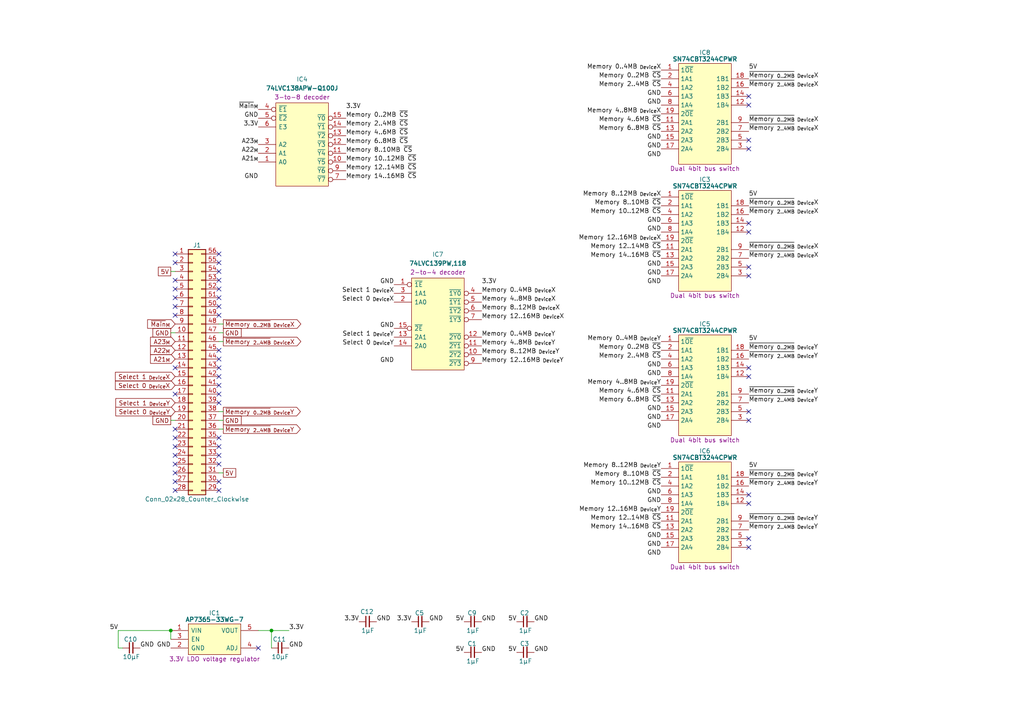
<source format=kicad_sch>
(kicad_sch (version 20230121) (generator eeschema)

  (uuid 337b5f72-8be1-4121-9dc6-479b565482b2)

  (paper "A4")

  (title_block
    (title "Main Memory Select")
    (date "2024-02-05")
    (rev "V0")
  )

  (lib_symbols
    (symbol "Connector_Generic:Conn_02x28_Counter_Clockwise" (pin_names (offset 1.016) hide) (in_bom yes) (on_board yes)
      (property "Reference" "J" (at 1.27 35.56 0)
        (effects (font (size 1.27 1.27)))
      )
      (property "Value" "Conn_02x28_Counter_Clockwise" (at 1.27 -38.1 0)
        (effects (font (size 1.27 1.27)))
      )
      (property "Footprint" "" (at 0 0 0)
        (effects (font (size 1.27 1.27)) hide)
      )
      (property "Datasheet" "~" (at 0 0 0)
        (effects (font (size 1.27 1.27)) hide)
      )
      (property "ki_keywords" "connector" (at 0 0 0)
        (effects (font (size 1.27 1.27)) hide)
      )
      (property "Garbage" "Generic connector, double row, 02x28, counter clockwise pin numbering scheme (similar to DIP package numbering), script generated (kicad-library-utils/schlib/autogen/connector/)" (at 0 0 0)
        (effects (font (size 1.27 1.27)) hide)
      )
      (property "ki_fp_filters" "Connector*:*_2x??_*" (at 0 0 0)
        (effects (font (size 1.27 1.27)) hide)
      )
      (symbol "Conn_02x28_Counter_Clockwise_1_1"
        (rectangle (start -1.27 -35.433) (end 0 -35.687)
          (stroke (width 0.1524) (type default))
          (fill (type none))
        )
        (rectangle (start -1.27 -32.893) (end 0 -33.147)
          (stroke (width 0.1524) (type default))
          (fill (type none))
        )
        (rectangle (start -1.27 -30.353) (end 0 -30.607)
          (stroke (width 0.1524) (type default))
          (fill (type none))
        )
        (rectangle (start -1.27 -27.813) (end 0 -28.067)
          (stroke (width 0.1524) (type default))
          (fill (type none))
        )
        (rectangle (start -1.27 -25.273) (end 0 -25.527)
          (stroke (width 0.1524) (type default))
          (fill (type none))
        )
        (rectangle (start -1.27 -22.733) (end 0 -22.987)
          (stroke (width 0.1524) (type default))
          (fill (type none))
        )
        (rectangle (start -1.27 -20.193) (end 0 -20.447)
          (stroke (width 0.1524) (type default))
          (fill (type none))
        )
        (rectangle (start -1.27 -17.653) (end 0 -17.907)
          (stroke (width 0.1524) (type default))
          (fill (type none))
        )
        (rectangle (start -1.27 -15.113) (end 0 -15.367)
          (stroke (width 0.1524) (type default))
          (fill (type none))
        )
        (rectangle (start -1.27 -12.573) (end 0 -12.827)
          (stroke (width 0.1524) (type default))
          (fill (type none))
        )
        (rectangle (start -1.27 -10.033) (end 0 -10.287)
          (stroke (width 0.1524) (type default))
          (fill (type none))
        )
        (rectangle (start -1.27 -7.493) (end 0 -7.747)
          (stroke (width 0.1524) (type default))
          (fill (type none))
        )
        (rectangle (start -1.27 -4.953) (end 0 -5.207)
          (stroke (width 0.1524) (type default))
          (fill (type none))
        )
        (rectangle (start -1.27 -2.413) (end 0 -2.667)
          (stroke (width 0.1524) (type default))
          (fill (type none))
        )
        (rectangle (start -1.27 0.127) (end 0 -0.127)
          (stroke (width 0.1524) (type default))
          (fill (type none))
        )
        (rectangle (start -1.27 2.667) (end 0 2.413)
          (stroke (width 0.1524) (type default))
          (fill (type none))
        )
        (rectangle (start -1.27 5.207) (end 0 4.953)
          (stroke (width 0.1524) (type default))
          (fill (type none))
        )
        (rectangle (start -1.27 7.747) (end 0 7.493)
          (stroke (width 0.1524) (type default))
          (fill (type none))
        )
        (rectangle (start -1.27 10.287) (end 0 10.033)
          (stroke (width 0.1524) (type default))
          (fill (type none))
        )
        (rectangle (start -1.27 12.827) (end 0 12.573)
          (stroke (width 0.1524) (type default))
          (fill (type none))
        )
        (rectangle (start -1.27 15.367) (end 0 15.113)
          (stroke (width 0.1524) (type default))
          (fill (type none))
        )
        (rectangle (start -1.27 17.907) (end 0 17.653)
          (stroke (width 0.1524) (type default))
          (fill (type none))
        )
        (rectangle (start -1.27 20.447) (end 0 20.193)
          (stroke (width 0.1524) (type default))
          (fill (type none))
        )
        (rectangle (start -1.27 22.987) (end 0 22.733)
          (stroke (width 0.1524) (type default))
          (fill (type none))
        )
        (rectangle (start -1.27 25.527) (end 0 25.273)
          (stroke (width 0.1524) (type default))
          (fill (type none))
        )
        (rectangle (start -1.27 28.067) (end 0 27.813)
          (stroke (width 0.1524) (type default))
          (fill (type none))
        )
        (rectangle (start -1.27 30.607) (end 0 30.353)
          (stroke (width 0.1524) (type default))
          (fill (type none))
        )
        (rectangle (start -1.27 33.147) (end 0 32.893)
          (stroke (width 0.1524) (type default))
          (fill (type none))
        )
        (rectangle (start -1.27 34.29) (end 3.81 -36.83)
          (stroke (width 0.254) (type default))
          (fill (type background))
        )
        (rectangle (start 3.81 -35.433) (end 2.54 -35.687)
          (stroke (width 0.1524) (type default))
          (fill (type none))
        )
        (rectangle (start 3.81 -32.893) (end 2.54 -33.147)
          (stroke (width 0.1524) (type default))
          (fill (type none))
        )
        (rectangle (start 3.81 -30.353) (end 2.54 -30.607)
          (stroke (width 0.1524) (type default))
          (fill (type none))
        )
        (rectangle (start 3.81 -27.813) (end 2.54 -28.067)
          (stroke (width 0.1524) (type default))
          (fill (type none))
        )
        (rectangle (start 3.81 -25.273) (end 2.54 -25.527)
          (stroke (width 0.1524) (type default))
          (fill (type none))
        )
        (rectangle (start 3.81 -22.733) (end 2.54 -22.987)
          (stroke (width 0.1524) (type default))
          (fill (type none))
        )
        (rectangle (start 3.81 -20.193) (end 2.54 -20.447)
          (stroke (width 0.1524) (type default))
          (fill (type none))
        )
        (rectangle (start 3.81 -17.653) (end 2.54 -17.907)
          (stroke (width 0.1524) (type default))
          (fill (type none))
        )
        (rectangle (start 3.81 -15.113) (end 2.54 -15.367)
          (stroke (width 0.1524) (type default))
          (fill (type none))
        )
        (rectangle (start 3.81 -12.573) (end 2.54 -12.827)
          (stroke (width 0.1524) (type default))
          (fill (type none))
        )
        (rectangle (start 3.81 -10.033) (end 2.54 -10.287)
          (stroke (width 0.1524) (type default))
          (fill (type none))
        )
        (rectangle (start 3.81 -7.493) (end 2.54 -7.747)
          (stroke (width 0.1524) (type default))
          (fill (type none))
        )
        (rectangle (start 3.81 -4.953) (end 2.54 -5.207)
          (stroke (width 0.1524) (type default))
          (fill (type none))
        )
        (rectangle (start 3.81 -2.413) (end 2.54 -2.667)
          (stroke (width 0.1524) (type default))
          (fill (type none))
        )
        (rectangle (start 3.81 0.127) (end 2.54 -0.127)
          (stroke (width 0.1524) (type default))
          (fill (type none))
        )
        (rectangle (start 3.81 2.667) (end 2.54 2.413)
          (stroke (width 0.1524) (type default))
          (fill (type none))
        )
        (rectangle (start 3.81 5.207) (end 2.54 4.953)
          (stroke (width 0.1524) (type default))
          (fill (type none))
        )
        (rectangle (start 3.81 7.747) (end 2.54 7.493)
          (stroke (width 0.1524) (type default))
          (fill (type none))
        )
        (rectangle (start 3.81 10.287) (end 2.54 10.033)
          (stroke (width 0.1524) (type default))
          (fill (type none))
        )
        (rectangle (start 3.81 12.827) (end 2.54 12.573)
          (stroke (width 0.1524) (type default))
          (fill (type none))
        )
        (rectangle (start 3.81 15.367) (end 2.54 15.113)
          (stroke (width 0.1524) (type default))
          (fill (type none))
        )
        (rectangle (start 3.81 17.907) (end 2.54 17.653)
          (stroke (width 0.1524) (type default))
          (fill (type none))
        )
        (rectangle (start 3.81 20.447) (end 2.54 20.193)
          (stroke (width 0.1524) (type default))
          (fill (type none))
        )
        (rectangle (start 3.81 22.987) (end 2.54 22.733)
          (stroke (width 0.1524) (type default))
          (fill (type none))
        )
        (rectangle (start 3.81 25.527) (end 2.54 25.273)
          (stroke (width 0.1524) (type default))
          (fill (type none))
        )
        (rectangle (start 3.81 28.067) (end 2.54 27.813)
          (stroke (width 0.1524) (type default))
          (fill (type none))
        )
        (rectangle (start 3.81 30.607) (end 2.54 30.353)
          (stroke (width 0.1524) (type default))
          (fill (type none))
        )
        (rectangle (start 3.81 33.147) (end 2.54 32.893)
          (stroke (width 0.1524) (type default))
          (fill (type none))
        )
        (pin passive line (at -5.08 33.02 0) (length 3.81)
          (name "Pin_1" (effects (font (size 1.27 1.27))))
          (number "1" (effects (font (size 1.27 1.27))))
        )
        (pin passive line (at -5.08 10.16 0) (length 3.81)
          (name "Pin_10" (effects (font (size 1.27 1.27))))
          (number "10" (effects (font (size 1.27 1.27))))
        )
        (pin passive line (at -5.08 7.62 0) (length 3.81)
          (name "Pin_11" (effects (font (size 1.27 1.27))))
          (number "11" (effects (font (size 1.27 1.27))))
        )
        (pin passive line (at -5.08 5.08 0) (length 3.81)
          (name "Pin_12" (effects (font (size 1.27 1.27))))
          (number "12" (effects (font (size 1.27 1.27))))
        )
        (pin passive line (at -5.08 2.54 0) (length 3.81)
          (name "Pin_13" (effects (font (size 1.27 1.27))))
          (number "13" (effects (font (size 1.27 1.27))))
        )
        (pin passive line (at -5.08 0 0) (length 3.81)
          (name "Pin_14" (effects (font (size 1.27 1.27))))
          (number "14" (effects (font (size 1.27 1.27))))
        )
        (pin passive line (at -5.08 -2.54 0) (length 3.81)
          (name "Pin_15" (effects (font (size 1.27 1.27))))
          (number "15" (effects (font (size 1.27 1.27))))
        )
        (pin passive line (at -5.08 -5.08 0) (length 3.81)
          (name "Pin_16" (effects (font (size 1.27 1.27))))
          (number "16" (effects (font (size 1.27 1.27))))
        )
        (pin passive line (at -5.08 -7.62 0) (length 3.81)
          (name "Pin_17" (effects (font (size 1.27 1.27))))
          (number "17" (effects (font (size 1.27 1.27))))
        )
        (pin passive line (at -5.08 -10.16 0) (length 3.81)
          (name "Pin_18" (effects (font (size 1.27 1.27))))
          (number "18" (effects (font (size 1.27 1.27))))
        )
        (pin passive line (at -5.08 -12.7 0) (length 3.81)
          (name "Pin_19" (effects (font (size 1.27 1.27))))
          (number "19" (effects (font (size 1.27 1.27))))
        )
        (pin passive line (at -5.08 30.48 0) (length 3.81)
          (name "Pin_2" (effects (font (size 1.27 1.27))))
          (number "2" (effects (font (size 1.27 1.27))))
        )
        (pin passive line (at -5.08 -15.24 0) (length 3.81)
          (name "Pin_20" (effects (font (size 1.27 1.27))))
          (number "20" (effects (font (size 1.27 1.27))))
        )
        (pin passive line (at -5.08 -17.78 0) (length 3.81)
          (name "Pin_21" (effects (font (size 1.27 1.27))))
          (number "21" (effects (font (size 1.27 1.27))))
        )
        (pin passive line (at -5.08 -20.32 0) (length 3.81)
          (name "Pin_22" (effects (font (size 1.27 1.27))))
          (number "22" (effects (font (size 1.27 1.27))))
        )
        (pin passive line (at -5.08 -22.86 0) (length 3.81)
          (name "Pin_23" (effects (font (size 1.27 1.27))))
          (number "23" (effects (font (size 1.27 1.27))))
        )
        (pin passive line (at -5.08 -25.4 0) (length 3.81)
          (name "Pin_24" (effects (font (size 1.27 1.27))))
          (number "24" (effects (font (size 1.27 1.27))))
        )
        (pin passive line (at -5.08 -27.94 0) (length 3.81)
          (name "Pin_25" (effects (font (size 1.27 1.27))))
          (number "25" (effects (font (size 1.27 1.27))))
        )
        (pin passive line (at -5.08 -30.48 0) (length 3.81)
          (name "Pin_26" (effects (font (size 1.27 1.27))))
          (number "26" (effects (font (size 1.27 1.27))))
        )
        (pin passive line (at -5.08 -33.02 0) (length 3.81)
          (name "Pin_27" (effects (font (size 1.27 1.27))))
          (number "27" (effects (font (size 1.27 1.27))))
        )
        (pin passive line (at -5.08 -35.56 0) (length 3.81)
          (name "Pin_28" (effects (font (size 1.27 1.27))))
          (number "28" (effects (font (size 1.27 1.27))))
        )
        (pin passive line (at 7.62 -35.56 180) (length 3.81)
          (name "Pin_29" (effects (font (size 1.27 1.27))))
          (number "29" (effects (font (size 1.27 1.27))))
        )
        (pin passive line (at -5.08 27.94 0) (length 3.81)
          (name "Pin_3" (effects (font (size 1.27 1.27))))
          (number "3" (effects (font (size 1.27 1.27))))
        )
        (pin passive line (at 7.62 -33.02 180) (length 3.81)
          (name "Pin_30" (effects (font (size 1.27 1.27))))
          (number "30" (effects (font (size 1.27 1.27))))
        )
        (pin passive line (at 7.62 -30.48 180) (length 3.81)
          (name "Pin_31" (effects (font (size 1.27 1.27))))
          (number "31" (effects (font (size 1.27 1.27))))
        )
        (pin passive line (at 7.62 -27.94 180) (length 3.81)
          (name "Pin_32" (effects (font (size 1.27 1.27))))
          (number "32" (effects (font (size 1.27 1.27))))
        )
        (pin passive line (at 7.62 -25.4 180) (length 3.81)
          (name "Pin_33" (effects (font (size 1.27 1.27))))
          (number "33" (effects (font (size 1.27 1.27))))
        )
        (pin passive line (at 7.62 -22.86 180) (length 3.81)
          (name "Pin_34" (effects (font (size 1.27 1.27))))
          (number "34" (effects (font (size 1.27 1.27))))
        )
        (pin passive line (at 7.62 -20.32 180) (length 3.81)
          (name "Pin_35" (effects (font (size 1.27 1.27))))
          (number "35" (effects (font (size 1.27 1.27))))
        )
        (pin passive line (at 7.62 -17.78 180) (length 3.81)
          (name "Pin_36" (effects (font (size 1.27 1.27))))
          (number "36" (effects (font (size 1.27 1.27))))
        )
        (pin passive line (at 7.62 -15.24 180) (length 3.81)
          (name "Pin_37" (effects (font (size 1.27 1.27))))
          (number "37" (effects (font (size 1.27 1.27))))
        )
        (pin passive line (at 7.62 -12.7 180) (length 3.81)
          (name "Pin_38" (effects (font (size 1.27 1.27))))
          (number "38" (effects (font (size 1.27 1.27))))
        )
        (pin passive line (at 7.62 -10.16 180) (length 3.81)
          (name "Pin_39" (effects (font (size 1.27 1.27))))
          (number "39" (effects (font (size 1.27 1.27))))
        )
        (pin passive line (at -5.08 25.4 0) (length 3.81)
          (name "Pin_4" (effects (font (size 1.27 1.27))))
          (number "4" (effects (font (size 1.27 1.27))))
        )
        (pin passive line (at 7.62 -7.62 180) (length 3.81)
          (name "Pin_40" (effects (font (size 1.27 1.27))))
          (number "40" (effects (font (size 1.27 1.27))))
        )
        (pin passive line (at 7.62 -5.08 180) (length 3.81)
          (name "Pin_41" (effects (font (size 1.27 1.27))))
          (number "41" (effects (font (size 1.27 1.27))))
        )
        (pin passive line (at 7.62 -2.54 180) (length 3.81)
          (name "Pin_42" (effects (font (size 1.27 1.27))))
          (number "42" (effects (font (size 1.27 1.27))))
        )
        (pin passive line (at 7.62 0 180) (length 3.81)
          (name "Pin_43" (effects (font (size 1.27 1.27))))
          (number "43" (effects (font (size 1.27 1.27))))
        )
        (pin passive line (at 7.62 2.54 180) (length 3.81)
          (name "Pin_44" (effects (font (size 1.27 1.27))))
          (number "44" (effects (font (size 1.27 1.27))))
        )
        (pin passive line (at 7.62 5.08 180) (length 3.81)
          (name "Pin_45" (effects (font (size 1.27 1.27))))
          (number "45" (effects (font (size 1.27 1.27))))
        )
        (pin passive line (at 7.62 7.62 180) (length 3.81)
          (name "Pin_46" (effects (font (size 1.27 1.27))))
          (number "46" (effects (font (size 1.27 1.27))))
        )
        (pin passive line (at 7.62 10.16 180) (length 3.81)
          (name "Pin_47" (effects (font (size 1.27 1.27))))
          (number "47" (effects (font (size 1.27 1.27))))
        )
        (pin passive line (at 7.62 12.7 180) (length 3.81)
          (name "Pin_48" (effects (font (size 1.27 1.27))))
          (number "48" (effects (font (size 1.27 1.27))))
        )
        (pin passive line (at 7.62 15.24 180) (length 3.81)
          (name "Pin_49" (effects (font (size 1.27 1.27))))
          (number "49" (effects (font (size 1.27 1.27))))
        )
        (pin passive line (at -5.08 22.86 0) (length 3.81)
          (name "Pin_5" (effects (font (size 1.27 1.27))))
          (number "5" (effects (font (size 1.27 1.27))))
        )
        (pin passive line (at 7.62 17.78 180) (length 3.81)
          (name "Pin_50" (effects (font (size 1.27 1.27))))
          (number "50" (effects (font (size 1.27 1.27))))
        )
        (pin passive line (at 7.62 20.32 180) (length 3.81)
          (name "Pin_51" (effects (font (size 1.27 1.27))))
          (number "51" (effects (font (size 1.27 1.27))))
        )
        (pin passive line (at 7.62 22.86 180) (length 3.81)
          (name "Pin_52" (effects (font (size 1.27 1.27))))
          (number "52" (effects (font (size 1.27 1.27))))
        )
        (pin passive line (at 7.62 25.4 180) (length 3.81)
          (name "Pin_53" (effects (font (size 1.27 1.27))))
          (number "53" (effects (font (size 1.27 1.27))))
        )
        (pin passive line (at 7.62 27.94 180) (length 3.81)
          (name "Pin_54" (effects (font (size 1.27 1.27))))
          (number "54" (effects (font (size 1.27 1.27))))
        )
        (pin passive line (at 7.62 30.48 180) (length 3.81)
          (name "Pin_55" (effects (font (size 1.27 1.27))))
          (number "55" (effects (font (size 1.27 1.27))))
        )
        (pin passive line (at 7.62 33.02 180) (length 3.81)
          (name "Pin_56" (effects (font (size 1.27 1.27))))
          (number "56" (effects (font (size 1.27 1.27))))
        )
        (pin passive line (at -5.08 20.32 0) (length 3.81)
          (name "Pin_6" (effects (font (size 1.27 1.27))))
          (number "6" (effects (font (size 1.27 1.27))))
        )
        (pin passive line (at -5.08 17.78 0) (length 3.81)
          (name "Pin_7" (effects (font (size 1.27 1.27))))
          (number "7" (effects (font (size 1.27 1.27))))
        )
        (pin passive line (at -5.08 15.24 0) (length 3.81)
          (name "Pin_8" (effects (font (size 1.27 1.27))))
          (number "8" (effects (font (size 1.27 1.27))))
        )
        (pin passive line (at -5.08 12.7 0) (length 3.81)
          (name "Pin_9" (effects (font (size 1.27 1.27))))
          (number "9" (effects (font (size 1.27 1.27))))
        )
      )
    )
    (symbol "Diodes_Inc:AP7365-33WG-7" (pin_names (offset 0.762)) (in_bom yes) (on_board yes)
      (property "Reference" "IC" (at 12.7 5.08 0)
        (effects (font (size 1.27 1.27)))
      )
      (property "Value" "AP7365-33WG-7" (at 12.7 3.175 0)
        (effects (font (size 1.27 1.27) bold))
      )
      (property "Footprint" "SOT95P285X130-5N" (at 21.59 -14.605 0)
        (effects (font (size 1.27 1.27)) (justify left) hide)
      )
      (property "Datasheet" "https://componentsearchengine.com/Datasheets/1/AP7365-33WG-7.pdf" (at 21.59 -17.145 0)
        (effects (font (size 1.27 1.27)) (justify left) hide)
      )
      (property "Description" "3.3V LDO voltage regulator" (at 12.7 -8.255 0)
        (effects (font (size 1.27 1.27)))
      )
      (property "Height" "1.3" (at 21.59 -19.685 0)
        (effects (font (size 1.27 1.27)) (justify left) hide)
      )
      (property "Manufacturer_Name" "Diodes Inc." (at 21.59 -22.225 0)
        (effects (font (size 1.27 1.27)) (justify left) hide)
      )
      (property "Manufacturer_Part_Number" "AP7365-33WG-7" (at 21.59 -24.765 0)
        (effects (font (size 1.27 1.27)) (justify left) hide)
      )
      (property "Mouser Part Number" "621-AP7365-33WG-7" (at 21.59 -27.305 0)
        (effects (font (size 1.27 1.27)) (justify left) hide)
      )
      (property "Mouser Price/Stock" "https://www.mouser.co.uk/ProductDetail/Diodes-Incorporated/AP7365-33WG-7?qs=abZ1nkZpTuOZFvxvoFPL0w%3D%3D" (at 21.59 -29.845 0)
        (effects (font (size 1.27 1.27)) (justify left) hide)
      )
      (property "Arrow Part Number" "AP7365-33WG-7" (at 21.59 -32.385 0)
        (effects (font (size 1.27 1.27)) (justify left) hide)
      )
      (property "Arrow Price/Stock" "https://www.arrow.com/en/products/ap7365-33wg-7/diodes-incorporated?region=nac" (at 21.59 -34.925 0)
        (effects (font (size 1.27 1.27)) (justify left) hide)
      )
      (property "Silkscreen" "AP7365" (at 21.59 -12.065 0)
        (effects (font (size 1.27 1.27)) (justify left) hide)
      )
      (property "Garbage" "DiodesZetex AP7365-33WG-7, LDO Voltage Regulator, 600mA, 3.3 V +/-2%, 2  6 Vin, 5-Pin SOT-25" (at 0 0 0)
        (effects (font (size 1.27 1.27)) hide)
      )
      (symbol "AP7365-33WG-7_0_0"
        (pin passive line (at 0 0 0) (length 5.08)
          (name "VIN" (effects (font (size 1.27 1.27))))
          (number "1" (effects (font (size 1.27 1.27))))
        )
        (pin passive line (at 0 -5.08 0) (length 5.08)
          (name "GND" (effects (font (size 1.27 1.27))))
          (number "2" (effects (font (size 1.27 1.27))))
        )
        (pin input line (at 0 -2.54 0) (length 5.08)
          (name "EN" (effects (font (size 1.27 1.27))))
          (number "3" (effects (font (size 1.27 1.27))))
        )
        (pin passive line (at 25.4 -5.08 180) (length 5.08)
          (name "ADJ" (effects (font (size 1.27 1.27))))
          (number "4" (effects (font (size 1.27 1.27))))
        )
        (pin passive line (at 25.4 0 180) (length 5.08)
          (name "VOUT" (effects (font (size 1.27 1.27))))
          (number "5" (effects (font (size 1.27 1.27))))
        )
      )
      (symbol "AP7365-33WG-7_0_1"
        (polyline
          (pts
            (xy 5.08 1.905)
            (xy 20.32 1.905)
            (xy 20.32 -6.985)
            (xy 5.08 -6.985)
            (xy 5.08 1.905)
          )
          (stroke (width 0) (type default))
          (fill (type background))
        )
      )
    )
    (symbol "HCP65:C_0805" (pin_numbers hide) (pin_names (offset 0.254) hide) (in_bom yes) (on_board yes)
      (property "Reference" "C" (at 2.286 2.54 0)
        (effects (font (size 1.27 1.27)))
      )
      (property "Value" "?μF" (at 2.54 -2.54 0)
        (effects (font (size 1.27 1.27)))
      )
      (property "Footprint" "SamacSys_Parts:C_0805" (at 16.764 -7.62 0)
        (effects (font (size 1.27 1.27)) hide)
      )
      (property "Datasheet" "" (at 2.2225 0.3175 90)
        (effects (font (size 1.27 1.27)) hide)
      )
      (property "ki_keywords" "capacitor cap" (at 0 0 0)
        (effects (font (size 1.27 1.27)) hide)
      )
      (property "Garbage" "Unpolarized capacitor, small symbol" (at 0 0 0)
        (effects (font (size 1.27 1.27)) hide)
      )
      (property "ki_fp_filters" "C_*" (at 0 0 0)
        (effects (font (size 1.27 1.27)) hide)
      )
      (symbol "C_0805_0_1"
        (polyline
          (pts
            (xy 1.9685 -1.4605)
            (xy 1.9685 1.5875)
          )
          (stroke (width 0.3048) (type default))
          (fill (type none))
        )
        (polyline
          (pts
            (xy 2.9845 -1.4605)
            (xy 2.9845 1.5875)
          )
          (stroke (width 0.3302) (type default))
          (fill (type none))
        )
      )
      (symbol "C_0805_1_1"
        (pin passive line (at 0 0 0) (length 2.032)
          (name "~" (effects (font (size 1.27 1.27))))
          (number "1" (effects (font (size 1.27 1.27))))
        )
        (pin passive line (at 5.08 0 180) (length 2.032)
          (name "~" (effects (font (size 1.27 1.27))))
          (number "2" (effects (font (size 1.27 1.27))))
        )
      )
    )
    (symbol "Nexperia:74LVC138APW-Q100J" (pin_names (offset 0.762)) (in_bom yes) (on_board yes)
      (property "Reference" "IC" (at 12.7 3.175 0)
        (effects (font (size 1.27 1.27)))
      )
      (property "Value" "74LVC138APW-Q100J" (at 12.7 1.27 0)
        (effects (font (size 1.27 1.27) bold))
      )
      (property "Footprint" "SOP65P640X110-16N" (at 28.575 -30.48 0)
        (effects (font (size 1.27 1.27)) (justify left) hide)
      )
      (property "Datasheet" "https://assets.nexperia.com/documents/data-sheet/74LVC138A_Q100.pdf" (at 28.575 -33.02 0)
        (effects (font (size 1.27 1.27)) (justify left) hide)
      )
      (property "Description" "3-to-8 decoder" (at 12.7 -25.4 0)
        (effects (font (size 1.27 1.27)))
      )
      (property "Height" "1.1" (at 28.575 -38.1 0)
        (effects (font (size 1.27 1.27)) (justify left) hide)
      )
      (property "Mouser Part Number" "771-74LVC138APWQ100J" (at 28.575 -40.64 0)
        (effects (font (size 1.27 1.27)) (justify left) hide)
      )
      (property "Mouser Price/Stock" "https://www.mouser.co.uk/ProductDetail/Nexperia/74LVC138APW-Q100J?qs=fi7yB2oewZnXKE82xo%252BhJQ%3D%3D" (at 28.575 -43.18 0)
        (effects (font (size 1.27 1.27)) (justify left) hide)
      )
      (property "Manufacturer_Name" "Nexperia" (at 28.575 -45.72 0)
        (effects (font (size 1.27 1.27)) (justify left) hide)
      )
      (property "Manufacturer_Part_Number" "74LVC138APW-Q100J" (at 28.575 -48.26 0)
        (effects (font (size 1.27 1.27)) (justify left) hide)
      )
      (property "Silkscreen" "74LVC138" (at 12.7 -27.305 0)
        (effects (font (size 1.27 1.27)) hide)
      )
      (property "Garbage" "74LVC138A-Q100 - 3-to-8 line decoder/demultiplexer; inverting@en-us" (at 0 0 0)
        (effects (font (size 1.27 1.27)) hide)
      )
      (symbol "74LVC138APW-Q100J_0_0"
        (pin input line (at 0 -17.145 0) (length 5.08)
          (name "A0" (effects (font (size 1.27 1.27))))
          (number "1" (effects (font (size 1.27 1.27))))
        )
        (pin output inverted (at 25.4 -17.145 180) (length 5.08)
          (name "~{Y5}" (effects (font (size 1.27 1.27))))
          (number "10" (effects (font (size 1.27 1.27))))
        )
        (pin output inverted (at 25.4 -14.605 180) (length 5.08)
          (name "~{Y4}" (effects (font (size 1.27 1.27))))
          (number "11" (effects (font (size 1.27 1.27))))
        )
        (pin output inverted (at 25.4 -12.065 180) (length 5.08)
          (name "~{Y3}" (effects (font (size 1.27 1.27))))
          (number "12" (effects (font (size 1.27 1.27))))
        )
        (pin output inverted (at 25.4 -9.525 180) (length 5.08)
          (name "~{Y2}" (effects (font (size 1.27 1.27))))
          (number "13" (effects (font (size 1.27 1.27))))
        )
        (pin output inverted (at 25.4 -6.985 180) (length 5.08)
          (name "~{Y1}" (effects (font (size 1.27 1.27))))
          (number "14" (effects (font (size 1.27 1.27))))
        )
        (pin output inverted (at 25.4 -4.445 180) (length 5.08)
          (name "~{Y0}" (effects (font (size 1.27 1.27))))
          (number "15" (effects (font (size 1.27 1.27))))
        )
        (pin passive line (at 25.4 -1.905 180) (length 5.08) hide
          (name "3V" (effects (font (size 1.27 1.27))))
          (number "16" (effects (font (size 1.27 1.27))))
        )
        (pin input line (at 0 -14.605 0) (length 5.08)
          (name "A1" (effects (font (size 1.27 1.27))))
          (number "2" (effects (font (size 1.27 1.27))))
        )
        (pin input line (at 0 -12.065 0) (length 5.08)
          (name "A2" (effects (font (size 1.27 1.27))))
          (number "3" (effects (font (size 1.27 1.27))))
        )
        (pin input line (at 0 -6.985 0) (length 5.08)
          (name "E3" (effects (font (size 1.27 1.27))))
          (number "6" (effects (font (size 1.27 1.27))))
        )
        (pin output inverted (at 25.4 -22.225 180) (length 5.08)
          (name "~{Y7}" (effects (font (size 1.27 1.27))))
          (number "7" (effects (font (size 1.27 1.27))))
        )
        (pin passive line (at 0 -22.225 0) (length 5.08) hide
          (name "GND" (effects (font (size 1.27 1.27))))
          (number "8" (effects (font (size 1.27 1.27))))
        )
        (pin output inverted (at 25.4 -19.685 180) (length 5.08)
          (name "~{Y6}" (effects (font (size 1.27 1.27))))
          (number "9" (effects (font (size 1.27 1.27))))
        )
      )
      (symbol "74LVC138APW-Q100J_0_1"
        (polyline
          (pts
            (xy 5.08 0)
            (xy 20.32 0)
            (xy 20.32 -24.13)
            (xy 5.08 -24.13)
            (xy 5.08 0)
          )
          (stroke (width 0.1524) (type default))
          (fill (type background))
        )
      )
      (symbol "74LVC138APW-Q100J_1_0"
        (pin input inverted (at 0 -1.905 0) (length 5.08)
          (name "~{E1}" (effects (font (size 1.27 1.27))))
          (number "4" (effects (font (size 1.27 1.27))))
        )
        (pin input inverted (at 0 -4.445 0) (length 5.08)
          (name "~{E2}" (effects (font (size 1.27 1.27))))
          (number "5" (effects (font (size 1.27 1.27))))
        )
      )
    )
    (symbol "Nexperia:74LVC139PW,118" (pin_names (offset 0.762)) (in_bom yes) (on_board yes)
      (property "Reference" "IC" (at 12.7 5.08 0)
        (effects (font (size 1.27 1.27)))
      )
      (property "Value" "74LVC139PW,118" (at 12.7 3.175 0)
        (effects (font (size 1.27 1.27) bold))
      )
      (property "Footprint" "SOP65P640X110-16N" (at 28.575 -35.56 0)
        (effects (font (size 1.27 1.27)) (justify left) hide)
      )
      (property "Datasheet" "https://assets.nexperia.com/documents/data-sheet/74LVC139.pdf" (at 28.575 -38.1 0)
        (effects (font (size 1.27 1.27)) (justify left) hide)
      )
      (property "Description" "2-to-4 decoder" (at 12.7 -26.035 0)
        (effects (font (size 1.27 1.27)))
      )
      (property "Height" "1.1" (at 28.575 -43.18 0)
        (effects (font (size 1.27 1.27)) (justify left) hide)
      )
      (property "Mouser Part Number" "771-74LVC139PW-T" (at 28.575 -45.72 0)
        (effects (font (size 1.27 1.27)) (justify left) hide)
      )
      (property "Mouser Price/Stock" "https://www.mouser.co.uk/ProductDetail/Nexperia/74LVC139PW118?qs=me8TqzrmIYVduxUT%2FTAZPg%3D%3D" (at 28.575 -48.26 0)
        (effects (font (size 1.27 1.27)) (justify left) hide)
      )
      (property "Manufacturer_Name" "Nexperia" (at 28.575 -50.8 0)
        (effects (font (size 1.27 1.27)) (justify left) hide)
      )
      (property "Manufacturer_Part_Number" "74LVC139PW,118" (at 28.575 -53.34 0)
        (effects (font (size 1.27 1.27)) (justify left) hide)
      )
      (property "Silkscreen" "74LVC139" (at 12.7 -28.575 0)
        (effects (font (size 1.27 1.27)) hide)
      )
      (property "Garbage" "74LVC139 - Dual 2-to-4 line decoder/demultiplexer@en-us" (at 0 0 0)
        (effects (font (size 1.27 1.27)) hide)
      )
      (symbol "74LVC139PW,118_0_0"
        (pin passive inverted (at 0 0 0) (length 5.08)
          (name "~{1E}" (effects (font (size 1.27 1.27))))
          (number "1" (effects (font (size 1.27 1.27))))
        )
        (pin passive inverted (at 25.4 -20.32 180) (length 5.08)
          (name "~{2Y2}" (effects (font (size 1.27 1.27))))
          (number "10" (effects (font (size 1.27 1.27))))
        )
        (pin passive inverted (at 25.4 -17.78 180) (length 5.08)
          (name "~{2Y1}" (effects (font (size 1.27 1.27))))
          (number "11" (effects (font (size 1.27 1.27))))
        )
        (pin passive inverted (at 25.4 -15.24 180) (length 5.08)
          (name "~{2Y0}" (effects (font (size 1.27 1.27))))
          (number "12" (effects (font (size 1.27 1.27))))
        )
        (pin passive line (at 0 -15.24 0) (length 5.08)
          (name "2A1" (effects (font (size 1.27 1.27))))
          (number "13" (effects (font (size 1.27 1.27))))
        )
        (pin passive line (at 0 -17.78 0) (length 5.08)
          (name "2A0" (effects (font (size 1.27 1.27))))
          (number "14" (effects (font (size 1.27 1.27))))
        )
        (pin passive inverted (at 0 -12.7 0) (length 5.08)
          (name "~{2E}" (effects (font (size 1.27 1.27))))
          (number "15" (effects (font (size 1.27 1.27))))
        )
        (pin passive line (at 25.4 0 180) (length 5.08) hide
          (name "3V" (effects (font (size 1.27 1.27))))
          (number "16" (effects (font (size 1.27 1.27))))
        )
        (pin passive line (at 0 -5.08 0) (length 5.08)
          (name "1A0" (effects (font (size 1.27 1.27))))
          (number "2" (effects (font (size 1.27 1.27))))
        )
        (pin passive line (at 0 -2.54 0) (length 5.08)
          (name "1A1" (effects (font (size 1.27 1.27))))
          (number "3" (effects (font (size 1.27 1.27))))
        )
        (pin passive inverted (at 25.4 -2.54 180) (length 5.08)
          (name "~{1Y0}" (effects (font (size 1.27 1.27))))
          (number "4" (effects (font (size 1.27 1.27))))
        )
        (pin passive inverted (at 25.4 -5.08 180) (length 5.08)
          (name "~{1Y1}" (effects (font (size 1.27 1.27))))
          (number "5" (effects (font (size 1.27 1.27))))
        )
        (pin passive inverted (at 25.4 -7.62 180) (length 5.08)
          (name "~{1Y2}" (effects (font (size 1.27 1.27))))
          (number "6" (effects (font (size 1.27 1.27))))
        )
        (pin passive inverted (at 25.4 -10.16 180) (length 5.08)
          (name "~{1Y3}" (effects (font (size 1.27 1.27))))
          (number "7" (effects (font (size 1.27 1.27))))
        )
        (pin passive line (at 0 -22.86 0) (length 5.08) hide
          (name "GND" (effects (font (size 1.27 1.27))))
          (number "8" (effects (font (size 1.27 1.27))))
        )
        (pin passive inverted (at 25.4 -22.86 180) (length 5.08)
          (name "~{2Y3}" (effects (font (size 1.27 1.27))))
          (number "9" (effects (font (size 1.27 1.27))))
        )
      )
      (symbol "74LVC139PW,118_0_1"
        (polyline
          (pts
            (xy 5.08 1.905)
            (xy 20.32 1.905)
            (xy 20.32 -24.765)
            (xy 5.08 -24.765)
            (xy 5.08 1.905)
          )
          (stroke (width 0.1524) (type default))
          (fill (type background))
        )
      )
    )
    (symbol "Texas_Instruments:SN74CBT3244CPWR" (in_bom yes) (on_board yes)
      (property "Reference" "IC" (at 12.7 5.08 0)
        (effects (font (size 1.27 1.27)))
      )
      (property "Value" "SN74CBT3244CPWR" (at 12.7 3.175 0)
        (effects (font (size 1.27 1.27) bold))
      )
      (property "Footprint" "SOP65P640X120-20N" (at 24.13 -94.92 0)
        (effects (font (size 1.27 1.27)) (justify left top) hide)
      )
      (property "Datasheet" "http://www.ti.com/lit/gpn/sn74cbt3244c" (at 24.13 -194.92 0)
        (effects (font (size 1.27 1.27)) (justify left top) hide)
      )
      (property "Height" "1.2" (at 24.765 -92.075 0)
        (effects (font (size 1.27 1.27)) (justify left top) hide)
      )
      (property "Manufacturer_Name" "Texas Instruments" (at 29.21 -215.29 0)
        (effects (font (size 1.27 1.27)) (justify left top) hide)
      )
      (property "Manufacturer_Part_Number" "SN74CBT3244CPWR" (at 24.765 -231.14 0)
        (effects (font (size 1.27 1.27)) (justify left top) hide)
      )
      (property "Mouser Part Number" "595-SN74CBT3244CPWR" (at 24.765 -245.11 0)
        (effects (font (size 1.27 1.27)) (justify left top) hide)
      )
      (property "Mouser Price/Stock" "https://www.mouser.co.uk/ProductDetail/Texas-Instruments/SN74CBT3244CPWR?qs=mE33ZKBHyE5%252BGeBr%2FFRY2g%3D%3D" (at 24.13 -224.815 0)
        (effects (font (size 1.27 1.27)) (justify left top) hide)
      )
      (property "Description" "Dual 4bit bus switch" (at 12.7 -28.575 0)
        (effects (font (size 1.27 1.27)))
      )
      (property "Silkscreen" "74CBT3244" (at 12.7 -30.48 0)
        (effects (font (size 1.27 1.27)) hide)
      )
      (property "Garbage" "Octal FET Bus Switch With -2 V Undershoot Protection" (at 0 0 0)
        (effects (font (size 1.27 1.27)) hide)
      )
      (symbol "SN74CBT3244CPWR_0_0"
        (pin input line (at 0 0 0) (length 5.08)
          (name "1~{OE}" (effects (font (size 1.27 1.27))))
          (number "1" (effects (font (size 1.27 1.27))))
        )
        (pin passive line (at 0 -25.4 0) (length 5.08) hide
          (name "GND" (effects (font (size 1.27 1.27))))
          (number "10" (effects (font (size 1.27 1.27))))
        )
        (pin passive line (at 0 -15.24 0) (length 5.08)
          (name "2A1" (effects (font (size 1.27 1.27))))
          (number "11" (effects (font (size 1.27 1.27))))
        )
        (pin passive line (at 25.4 -10.16 180) (length 5.08)
          (name "1B4" (effects (font (size 1.27 1.27))))
          (number "12" (effects (font (size 1.27 1.27))))
        )
        (pin passive line (at 0 -17.78 0) (length 5.08)
          (name "2A2" (effects (font (size 1.27 1.27))))
          (number "13" (effects (font (size 1.27 1.27))))
        )
        (pin passive line (at 25.4 -7.62 180) (length 5.08)
          (name "1B3" (effects (font (size 1.27 1.27))))
          (number "14" (effects (font (size 1.27 1.27))))
        )
        (pin passive line (at 0 -20.32 0) (length 5.08)
          (name "2A3" (effects (font (size 1.27 1.27))))
          (number "15" (effects (font (size 1.27 1.27))))
        )
        (pin passive line (at 25.4 -5.08 180) (length 5.08)
          (name "1B2" (effects (font (size 1.27 1.27))))
          (number "16" (effects (font (size 1.27 1.27))))
        )
        (pin passive line (at 0 -22.86 0) (length 5.08)
          (name "2A4" (effects (font (size 1.27 1.27))))
          (number "17" (effects (font (size 1.27 1.27))))
        )
        (pin passive line (at 25.4 -2.54 180) (length 5.08)
          (name "1B1" (effects (font (size 1.27 1.27))))
          (number "18" (effects (font (size 1.27 1.27))))
        )
        (pin input line (at 0 -12.7 0) (length 5.08)
          (name "2~{OE}" (effects (font (size 1.27 1.27))))
          (number "19" (effects (font (size 1.27 1.27))))
        )
        (pin passive line (at 0 -2.54 0) (length 5.08)
          (name "1A1" (effects (font (size 1.27 1.27))))
          (number "2" (effects (font (size 1.27 1.27))))
        )
        (pin passive line (at 25.4 0 180) (length 5.08) hide
          (name "5V" (effects (font (size 1.27 1.27))))
          (number "20" (effects (font (size 1.27 1.27))))
        )
        (pin passive line (at 25.4 -22.86 180) (length 5.08)
          (name "2B4" (effects (font (size 1.27 1.27))))
          (number "3" (effects (font (size 1.27 1.27))))
        )
        (pin passive line (at 0 -5.08 0) (length 5.08)
          (name "1A2" (effects (font (size 1.27 1.27))))
          (number "4" (effects (font (size 1.27 1.27))))
        )
        (pin passive line (at 25.4 -20.32 180) (length 5.08)
          (name "2B3" (effects (font (size 1.27 1.27))))
          (number "5" (effects (font (size 1.27 1.27))))
        )
        (pin passive line (at 0 -7.62 0) (length 5.08)
          (name "1A3" (effects (font (size 1.27 1.27))))
          (number "6" (effects (font (size 1.27 1.27))))
        )
        (pin passive line (at 25.4 -17.78 180) (length 5.08)
          (name "2B2" (effects (font (size 1.27 1.27))))
          (number "7" (effects (font (size 1.27 1.27))))
        )
        (pin passive line (at 0 -10.16 0) (length 5.08)
          (name "1A4" (effects (font (size 1.27 1.27))))
          (number "8" (effects (font (size 1.27 1.27))))
        )
        (pin passive line (at 25.4 -15.24 180) (length 5.08)
          (name "2B1" (effects (font (size 1.27 1.27))))
          (number "9" (effects (font (size 1.27 1.27))))
        )
      )
      (symbol "SN74CBT3244CPWR_0_1"
        (polyline
          (pts
            (xy 5.08 1.905)
            (xy 20.32 1.905)
            (xy 20.32 -27.305)
            (xy 5.08 -27.305)
            (xy 5.08 1.905)
          )
          (stroke (width 0.1524) (type default))
          (fill (type background))
        )
      )
    )
  )

  (junction (at 49.53 182.88) (diameter 0) (color 0 0 0 0)
    (uuid 413af9fc-5730-4581-bcd6-4066802553e7)
  )
  (junction (at 78.74 182.88) (diameter 0) (color 0 0 0 0)
    (uuid b483095b-b3f1-413b-bfdc-dd45b3a6b7a0)
  )

  (no_connect (at 63.5 76.2) (uuid 02872821-0a3c-4acf-b51b-ccfb470d83d2))
  (no_connect (at 50.8 139.7) (uuid 0bb096a1-fb45-48e7-b4d3-dd8ea54357a6))
  (no_connect (at 50.8 83.82) (uuid 120d9ad6-1097-4587-af4e-11f0e8409eb2))
  (no_connect (at 50.8 124.46) (uuid 13617bb2-0307-41f5-baa1-d70924f70e4b))
  (no_connect (at 217.17 40.64) (uuid 14ad97d3-50d0-41a4-966f-f1d01c236ea9))
  (no_connect (at 50.8 132.08) (uuid 16a37e3a-f8c6-40d6-93c4-304c0ad3eeed))
  (no_connect (at 63.5 81.28) (uuid 1a5148b3-3396-462a-915f-1ca6db40e926))
  (no_connect (at 217.17 27.94) (uuid 20440b0a-46ca-4d31-8ae6-39e8f3c38828))
  (no_connect (at 74.93 187.96) (uuid 2acb9f61-7e35-41b1-ad56-ec6ab018021d))
  (no_connect (at 63.5 116.84) (uuid 2fd072e6-dbe6-4e83-baa3-d19c11a2048e))
  (no_connect (at 50.8 114.3) (uuid 3189bd6b-62d6-4798-8a7d-caafef35ba9b))
  (no_connect (at 217.17 109.22) (uuid 328deba6-b756-4ab3-b161-16c4fe3b55f5))
  (no_connect (at 217.17 106.68) (uuid 3307dc47-ff87-4710-9e9f-5a2df3687c66))
  (no_connect (at 50.8 73.66) (uuid 37527d54-2fd6-47f1-8ea6-552117380e48))
  (no_connect (at 217.17 64.77) (uuid 387b2064-b039-4fb7-9c83-ca1784bfbcc4))
  (no_connect (at 63.5 114.3) (uuid 3b59d004-d74f-4b14-bcc1-6c26453c0265))
  (no_connect (at 50.8 142.24) (uuid 46f55e81-fcf3-4f35-83a1-7b23b2eb5fa7))
  (no_connect (at 63.5 111.76) (uuid 4ca74c0c-0cfa-49e6-82fc-c0515cdc7136))
  (no_connect (at 63.5 83.82) (uuid 542cd799-557d-4419-8405-306c0ca9b83b))
  (no_connect (at 63.5 127) (uuid 5b9a07ad-e5af-4afe-b2cd-d033a0e587b2))
  (no_connect (at 50.8 81.28) (uuid 5db0dfd4-ad64-4b09-9d0e-8c0784740672))
  (no_connect (at 50.8 134.62) (uuid 616c9ef7-042e-4e37-b5ce-88db4a42ad67))
  (no_connect (at 217.17 80.01) (uuid 7052e3d1-631c-4ab0-8bdb-82b6142909e0))
  (no_connect (at 63.5 139.7) (uuid 795223ac-ea8e-4330-a4b6-d7300d2647f1))
  (no_connect (at 217.17 43.18) (uuid 7b8a9d47-5170-42d2-9f5d-85ccdb6d3af5))
  (no_connect (at 63.5 104.14) (uuid 7e38ba5c-0e2f-4b72-9b7f-6292739d6f10))
  (no_connect (at 50.8 106.68) (uuid 7e7719df-a27c-4b89-a77a-601915678a2d))
  (no_connect (at 217.17 121.92) (uuid 7f463bd2-57f8-4cb2-8fc8-f78c320f92e1))
  (no_connect (at 217.17 156.21) (uuid 82adf0e1-0176-4472-9da4-f22dd97b3710))
  (no_connect (at 63.5 73.66) (uuid 83ec14b6-5542-4636-a5b4-3a11ba15eedb))
  (no_connect (at 63.5 129.54) (uuid 8692f542-7374-4bf7-a501-ff2d7928b913))
  (no_connect (at 63.5 86.36) (uuid 8b0995ba-2cb1-442d-87da-115516366f92))
  (no_connect (at 63.5 142.24) (uuid 8c7b89df-3515-45e7-b063-6d8d1919acb0))
  (no_connect (at 50.8 86.36) (uuid 8fd80ebc-0846-4244-a894-a005326348c5))
  (no_connect (at 50.8 137.16) (uuid 908816ff-2e55-41b4-b813-50645018e9f0))
  (no_connect (at 217.17 158.75) (uuid 90d9b729-a23d-43b4-bae2-932fdd007583))
  (no_connect (at 63.5 88.9) (uuid 9181519c-71bd-4f3c-9761-90eb183af3b6))
  (no_connect (at 50.8 88.9) (uuid 93d36da2-fd61-48ef-add2-93047d1bf8e9))
  (no_connect (at 63.5 106.68) (uuid 95824417-a729-4fc8-81ee-7a3ce3eea469))
  (no_connect (at 50.8 129.54) (uuid 9e9ed1ee-5bfc-4ffd-8060-7fb7ee06dc9d))
  (no_connect (at 63.5 78.74) (uuid a0902116-4304-4349-809a-9da2b05abcc2))
  (no_connect (at 50.8 91.44) (uuid acaec441-c78b-48de-a5a4-6054ccd9850c))
  (no_connect (at 217.17 67.31) (uuid afd93ca7-d100-42e2-b0da-20a7f2aadcf6))
  (no_connect (at 63.5 134.62) (uuid b6ad5673-f02c-4609-93cd-0cd4bcf0c962))
  (no_connect (at 217.17 30.48) (uuid bf574807-08a6-41c3-9dd1-1411907e5450))
  (no_connect (at 217.17 77.47) (uuid c6fbead8-9ae7-4c56-81de-b885ee5b6dcc))
  (no_connect (at 63.5 91.44) (uuid cb28d489-f37b-4318-b705-2fdcc33d53b8))
  (no_connect (at 217.17 143.51) (uuid d9d8a29d-334a-41ac-9eef-6f5de4e3c59c))
  (no_connect (at 63.5 109.22) (uuid ddc29f5d-9ae8-40b8-99a1-9975b0024d1e))
  (no_connect (at 63.5 132.08) (uuid dfb15db0-a750-4a97-b8c9-b6a09fff290b))
  (no_connect (at 63.5 101.6) (uuid e2f89959-2db1-4938-8229-ab811917e599))
  (no_connect (at 50.8 76.2) (uuid f51d79ab-51e0-444f-8cd6-28fe482483c1))
  (no_connect (at 217.17 119.38) (uuid f7a728af-a4c1-48e4-ba09-fcd2b1ff47c3))
  (no_connect (at 217.17 146.05) (uuid f917aa34-649a-4428-9ff4-fc8d32e13a9a))
  (no_connect (at 50.8 127) (uuid f9f8e924-81a5-4ac3-9035-86fd2a2d57ff))

  (wire (pts (xy 64.77 119.38) (xy 63.5 119.38))
    (stroke (width 0) (type default))
    (uuid 04224cc6-29d5-4e1b-ad2c-319662c020fc)
  )
  (wire (pts (xy 78.74 187.96) (xy 78.74 182.88))
    (stroke (width 0) (type default))
    (uuid 26219dd1-99de-4424-b167-2c7dcb1ebc12)
  )
  (wire (pts (xy 64.77 93.98) (xy 63.5 93.98))
    (stroke (width 0) (type default))
    (uuid 28e9a188-7ddc-46e0-92bb-5af4c684b55b)
  )
  (wire (pts (xy 49.53 78.74) (xy 50.8 78.74))
    (stroke (width 0) (type default))
    (uuid 44a1305b-ef35-49bf-bafe-cf785bada059)
  )
  (wire (pts (xy 34.29 182.88) (xy 49.53 182.88))
    (stroke (width 0) (type default))
    (uuid 4ebb928e-f2be-4f76-aabe-4749c3ffc63f)
  )
  (wire (pts (xy 64.77 137.16) (xy 63.5 137.16))
    (stroke (width 0) (type default))
    (uuid 5794b6c5-805d-45e6-8fb4-c11456ee51b5)
  )
  (wire (pts (xy 49.53 182.88) (xy 49.53 185.42))
    (stroke (width 0) (type default))
    (uuid 6bcd95ff-6a51-4ead-aa6a-628fdc2cc852)
  )
  (wire (pts (xy 49.53 96.52) (xy 50.8 96.52))
    (stroke (width 0) (type default))
    (uuid a38e8a48-9fcb-43c8-b4d8-db02b2b7581f)
  )
  (wire (pts (xy 64.77 121.92) (xy 63.5 121.92))
    (stroke (width 0) (type default))
    (uuid a5c5c548-2865-4b0e-a0ad-5bf491c98b68)
  )
  (wire (pts (xy 74.93 182.88) (xy 78.74 182.88))
    (stroke (width 0) (type default))
    (uuid a70da8ac-e087-4b2c-bb48-900e71135de0)
  )
  (wire (pts (xy 34.29 182.88) (xy 34.29 187.96))
    (stroke (width 0) (type default))
    (uuid c80f7ae1-0cda-4c1a-bbb5-9092aef6711c)
  )
  (wire (pts (xy 64.77 99.06) (xy 63.5 99.06))
    (stroke (width 0) (type default))
    (uuid e4c37186-d3eb-45e0-bbc7-ce854bd141a4)
  )
  (wire (pts (xy 34.29 187.96) (xy 35.56 187.96))
    (stroke (width 0) (type default))
    (uuid ec59795c-0268-4c6a-8915-70f48d7fb95b)
  )
  (wire (pts (xy 49.53 121.92) (xy 50.8 121.92))
    (stroke (width 0) (type default))
    (uuid f17592fb-b924-4251-ac56-6832170c28c4)
  )
  (wire (pts (xy 78.74 182.88) (xy 83.82 182.88))
    (stroke (width 0) (type default))
    (uuid f5a44683-1946-4e2a-9349-8f328e411edc)
  )
  (wire (pts (xy 64.77 96.52) (xy 63.5 96.52))
    (stroke (width 0) (type default))
    (uuid f712e1b1-6fa5-4cff-a85b-c5bed8831c83)
  )
  (wire (pts (xy 64.77 124.46) (xy 63.5 124.46))
    (stroke (width 0) (type default))
    (uuid fb1d7660-d627-4f05-acd3-0bb1982cef9c)
  )

  (label "Memory 0..2MB ~{CS}" (at 191.77 101.6 180) (fields_autoplaced)
    (effects (font (size 1.27 1.27)) (justify right bottom))
    (uuid 034c0386-2821-43f9-91b5-e6c589fc8b7d)
  )
  (label "GND" (at 191.77 82.55 180) (fields_autoplaced)
    (effects (font (size 1.27 1.27)) (justify right bottom))
    (uuid 054add60-e225-416f-81a4-9baa4f2eede1)
  )
  (label "~{Memory _{0..2MB}}_{ Device}Y" (at 217.17 114.3 0) (fields_autoplaced)
    (effects (font (size 1.27 1.27)) (justify left bottom))
    (uuid 065f713b-aebf-4c0d-82fa-70112ea028cf)
  )
  (label "Memory 2..4MB ~{CS}" (at 100.33 36.83 0) (fields_autoplaced)
    (effects (font (size 1.27 1.27)) (justify left bottom))
    (uuid 07d3e1ea-4299-438a-afea-e602d70b0323)
  )
  (label "~{Memory _{2..4MB}}_{ Device}X" (at 217.17 38.1 0) (fields_autoplaced)
    (effects (font (size 1.27 1.27)) (justify left bottom))
    (uuid 08df940e-149a-421a-921d-238667b23d91)
  )
  (label "GND" (at 191.77 156.21 180) (fields_autoplaced)
    (effects (font (size 1.27 1.27)) (justify right bottom))
    (uuid 08e793b7-1a20-4061-ab1c-2a8419418c6c)
  )
  (label "GND" (at 74.93 52.07 180) (fields_autoplaced)
    (effects (font (size 1.27 1.27)) (justify right bottom))
    (uuid 0c7f2800-aa5b-4097-a9f4-3f9b284ea129)
  )
  (label "GND" (at 154.94 189.23 0) (fields_autoplaced)
    (effects (font (size 1.27 1.27)) (justify left bottom))
    (uuid 0e3f491d-ef49-4f6d-869c-d59b719fac00)
  )
  (label "Memory 12..14MB ~{CS}" (at 191.77 151.13 180) (fields_autoplaced)
    (effects (font (size 1.27 1.27)) (justify right bottom))
    (uuid 0f01c892-bdc2-4359-abc1-5dbac96f8c36)
  )
  (label "~{Memory _{2..4MB}}_{ Device}X" (at 217.17 25.4 0) (fields_autoplaced)
    (effects (font (size 1.27 1.27)) (justify left bottom))
    (uuid 14f65d52-6994-415f-aff4-2059ad3a2521)
  )
  (label "Memory 0..4MB_{ Device}Y" (at 191.77 99.06 180) (fields_autoplaced)
    (effects (font (size 1.27 1.27)) (justify right bottom))
    (uuid 15577eb7-c1f6-45ec-8697-26171056c3b5)
  )
  (label "~{Memory _{2..4MB}}_{ Device}Y" (at 217.17 104.14 0) (fields_autoplaced)
    (effects (font (size 1.27 1.27)) (justify left bottom))
    (uuid 1b9ca031-440c-4acd-a25a-4ee9bbea1f71)
  )
  (label "Memory 14..16MB ~{CS}" (at 191.77 74.93 180) (fields_autoplaced)
    (effects (font (size 1.27 1.27)) (justify right bottom))
    (uuid 1eea43a6-a398-435e-803f-77eb28f0ca83)
  )
  (label "GND" (at 191.77 67.31 180) (fields_autoplaced)
    (effects (font (size 1.27 1.27)) (justify right bottom))
    (uuid 1fa71bfe-4597-43bc-886d-481c6a253326)
  )
  (label "5V" (at 217.17 20.32 0) (fields_autoplaced)
    (effects (font (size 1.27 1.27)) (justify left bottom))
    (uuid 1fd2bdae-8752-42fa-b5ba-82b6f771dfed)
  )
  (label "GND" (at 191.77 161.29 180) (fields_autoplaced)
    (effects (font (size 1.27 1.27)) (justify right bottom))
    (uuid 1fd94b88-92f9-4d96-a5ba-9fad1c2c5142)
  )
  (label "3.3V" (at 74.93 36.83 180) (fields_autoplaced)
    (effects (font (size 1.27 1.27)) (justify right bottom))
    (uuid 2057f427-997f-4c28-a2f6-6221a46b0b2d)
  )
  (label "~{Memory _{2..4MB}}_{ Device}X" (at 217.17 74.93 0) (fields_autoplaced)
    (effects (font (size 1.27 1.27)) (justify left bottom))
    (uuid 21ccbf30-4ab3-4ecb-8de2-e3538f521b67)
  )
  (label "~{Memory _{0..2MB}}_{ Device}Y" (at 217.17 151.13 0) (fields_autoplaced)
    (effects (font (size 1.27 1.27)) (justify left bottom))
    (uuid 21d5d247-6b7b-49c2-ba62-8a56a36b9589)
  )
  (label "Memory 0..2MB ~{CS}" (at 191.77 22.86 180) (fields_autoplaced)
    (effects (font (size 1.27 1.27)) (justify right bottom))
    (uuid 2344e67f-1cf7-4033-a2ba-6fff0d9f4b4b)
  )
  (label "Memory 4..8MB_{ Device}X" (at 191.77 33.02 180) (fields_autoplaced)
    (effects (font (size 1.27 1.27)) (justify right bottom))
    (uuid 23b632ef-b7b8-4c39-b4e8-796b8a05b6d6)
  )
  (label "GND" (at 83.82 187.96 0) (fields_autoplaced)
    (effects (font (size 1.27 1.27)) (justify left bottom))
    (uuid 2703f9d4-cbda-4d41-b75d-1696dd2e6090)
  )
  (label "Memory 12..14MB ~{CS}" (at 191.77 72.39 180) (fields_autoplaced)
    (effects (font (size 1.27 1.27)) (justify right bottom))
    (uuid 3018c3e1-f512-45f8-927a-6512b169ceee)
  )
  (label "Memory 4..6MB ~{CS}" (at 100.33 39.37 0) (fields_autoplaced)
    (effects (font (size 1.27 1.27)) (justify left bottom))
    (uuid 311fb41d-6cb3-436f-9a78-29cb17268801)
  )
  (label "Memory 12..16MB_{ Device}X" (at 139.7 92.71 0) (fields_autoplaced)
    (effects (font (size 1.27 1.27)) (justify left bottom))
    (uuid 34da4633-50b4-4def-9acb-80cc6d3b31a9)
  )
  (label "5V" (at 149.86 189.23 180) (fields_autoplaced)
    (effects (font (size 1.27 1.27)) (justify right bottom))
    (uuid 38cbe042-a98c-4161-8f86-6d7335297793)
  )
  (label "GND" (at 191.77 77.47 180) (fields_autoplaced)
    (effects (font (size 1.27 1.27)) (justify right bottom))
    (uuid 394be230-f36f-476b-a1e9-dc84f32fca67)
  )
  (label "~{Memory _{0..2MB}}_{ Device}X" (at 217.17 72.39 0) (fields_autoplaced)
    (effects (font (size 1.27 1.27)) (justify left bottom))
    (uuid 3b07ba25-2cd6-43bb-9eda-8b96a617331b)
  )
  (label "Memory 8..12MB_{ Device}X" (at 191.77 57.15 180) (fields_autoplaced)
    (effects (font (size 1.27 1.27)) (justify right bottom))
    (uuid 3df165dc-0db8-495e-b3b4-7d990d0da5e5)
  )
  (label "~{Main}_{M}" (at 74.93 31.75 180) (fields_autoplaced)
    (effects (font (size 1.27 1.27)) (justify right bottom))
    (uuid 3e3aad9d-26de-4243-b9e2-5fe5ccc3f5fb)
  )
  (label "GND" (at 191.77 40.64 180) (fields_autoplaced)
    (effects (font (size 1.27 1.27)) (justify right bottom))
    (uuid 3f6af3de-25fa-4adb-b69a-caff6692c218)
  )
  (label "Memory 8..10MB ~{CS}" (at 100.33 44.45 0) (fields_autoplaced)
    (effects (font (size 1.27 1.27)) (justify left bottom))
    (uuid 41ce059f-a48a-4f14-9ebc-c973a4a7ff43)
  )
  (label "Select 0_{ Device}X" (at 114.3 87.63 180) (fields_autoplaced)
    (effects (font (size 1.27 1.27)) (justify right bottom))
    (uuid 4256d892-ee3e-45c9-9ca1-fa928c158ed3)
  )
  (label "Memory 0..4MB_{ Device}Y" (at 139.7 97.79 0) (fields_autoplaced)
    (effects (font (size 1.27 1.27)) (justify left bottom))
    (uuid 4742dc26-6b02-48d9-9f22-49de8247ee3b)
  )
  (label "Memory 12..16MB_{ Device}Y" (at 191.77 148.59 180) (fields_autoplaced)
    (effects (font (size 1.27 1.27)) (justify right bottom))
    (uuid 4742f2db-09e6-4ca5-b64e-74db9ee8659f)
  )
  (label "GND" (at 40.64 187.96 0) (fields_autoplaced)
    (effects (font (size 1.27 1.27)) (justify left bottom))
    (uuid 47a447a5-df4b-4ed7-a925-ccbc4a7d8442)
  )
  (label "5V" (at 34.29 182.88 180) (fields_autoplaced)
    (effects (font (size 1.27 1.27)) (justify right bottom))
    (uuid 47d2502c-5742-4892-a601-e4d8b2225d2f)
  )
  (label "GND" (at 114.3 95.25 180) (fields_autoplaced)
    (effects (font (size 1.27 1.27)) (justify right bottom))
    (uuid 4d3db41e-1f03-4dad-ab14-3640b092427f)
  )
  (label "Memory 10..12MB ~{CS}" (at 191.77 140.97 180) (fields_autoplaced)
    (effects (font (size 1.27 1.27)) (justify right bottom))
    (uuid 4de81136-79d6-4343-ba17-2f0a0dee69b6)
  )
  (label "GND" (at 191.77 45.72 180) (fields_autoplaced)
    (effects (font (size 1.27 1.27)) (justify right bottom))
    (uuid 532e77c4-d9fc-41c4-a2ea-6feefe57e6fc)
  )
  (label "GND" (at 139.7 180.34 0) (fields_autoplaced)
    (effects (font (size 1.27 1.27)) (justify left bottom))
    (uuid 57f0707e-e1f8-4901-9b1d-eb469b096273)
  )
  (label "~{Memory _{2..4MB}}_{ Device}X" (at 217.17 62.23 0) (fields_autoplaced)
    (effects (font (size 1.27 1.27)) (justify left bottom))
    (uuid 5b6d48bc-bf8d-4060-a2cf-213ca644fd29)
  )
  (label "5V" (at 217.17 99.06 0) (fields_autoplaced)
    (effects (font (size 1.27 1.27)) (justify left bottom))
    (uuid 5b6e96f9-03e6-4c75-a987-f5f52726eeeb)
  )
  (label "GND" (at 191.77 121.92 180) (fields_autoplaced)
    (effects (font (size 1.27 1.27)) (justify right bottom))
    (uuid 5d6cefee-f9b1-4992-9a97-44bbdae08196)
  )
  (label "Memory 6..8MB ~{CS}" (at 191.77 116.84 180) (fields_autoplaced)
    (effects (font (size 1.27 1.27)) (justify right bottom))
    (uuid 5fe3a2eb-6730-4ff0-93f3-5f8b37b85b12)
  )
  (label "~{Memory _{2..4MB}}_{ Device}Y" (at 217.17 140.97 0) (fields_autoplaced)
    (effects (font (size 1.27 1.27)) (justify left bottom))
    (uuid 6042e295-ebbc-4157-9b30-e076fa2aa6f1)
  )
  (label "GND" (at 49.53 187.96 180) (fields_autoplaced)
    (effects (font (size 1.27 1.27)) (justify right bottom))
    (uuid 60f2ef0b-8946-432b-ba1c-d834ef88b410)
  )
  (label "5V" (at 149.86 180.34 180) (fields_autoplaced)
    (effects (font (size 1.27 1.27)) (justify right bottom))
    (uuid 61049c54-6f8f-4075-aabd-bcd3277dccf6)
  )
  (label "Memory 2..4MB ~{CS}" (at 191.77 104.14 180) (fields_autoplaced)
    (effects (font (size 1.27 1.27)) (justify right bottom))
    (uuid 63231573-a5b0-44ab-bba2-0ef2c8078c76)
  )
  (label "Memory 10..12MB ~{CS}" (at 100.33 46.99 0) (fields_autoplaced)
    (effects (font (size 1.27 1.27)) (justify left bottom))
    (uuid 6778bb30-810a-4353-b38d-f23bffb32ad3)
  )
  (label "3.3V" (at 100.33 31.75 0) (fields_autoplaced)
    (effects (font (size 1.27 1.27)) (justify left bottom))
    (uuid 67c53616-fa52-4cda-ac68-3d946ec6b27a)
  )
  (label "GND" (at 124.46 180.34 0) (fields_autoplaced)
    (effects (font (size 1.27 1.27)) (justify left bottom))
    (uuid 68885b02-744f-49a1-8aef-0281542373f0)
  )
  (label "Select 1_{ Device}X" (at 114.3 85.09 180) (fields_autoplaced)
    (effects (font (size 1.27 1.27)) (justify right bottom))
    (uuid 68c34109-aba5-4315-807a-ae00025d4d0a)
  )
  (label "GND" (at 109.22 180.34 0) (fields_autoplaced)
    (effects (font (size 1.27 1.27)) (justify left bottom))
    (uuid 68e8d9c5-6718-4d20-ac18-8c082f06d21b)
  )
  (label "~{Memory _{0..2MB}}_{ Device}Y" (at 217.17 138.43 0) (fields_autoplaced)
    (effects (font (size 1.27 1.27)) (justify left bottom))
    (uuid 6bb8e7e4-383f-4a72-9cd2-5025690608f7)
  )
  (label "Memory 14..16MB ~{CS}" (at 100.33 52.07 0) (fields_autoplaced)
    (effects (font (size 1.27 1.27)) (justify left bottom))
    (uuid 6c9ac6f0-6c62-4bd7-9737-7746f96b17a7)
  )
  (label "Memory 14..16MB ~{CS}" (at 191.77 153.67 180) (fields_autoplaced)
    (effects (font (size 1.27 1.27)) (justify right bottom))
    (uuid 6f31fd07-6181-4f69-8212-8f83e72826c3)
  )
  (label "Select 1_{ Device}Y" (at 114.3 97.79 180) (fields_autoplaced)
    (effects (font (size 1.27 1.27)) (justify right bottom))
    (uuid 7c387882-cfd9-4999-a11e-f5de6f4c4462)
  )
  (label "Memory 8..10MB ~{CS}" (at 191.77 138.43 180) (fields_autoplaced)
    (effects (font (size 1.27 1.27)) (justify right bottom))
    (uuid 7dc3584f-045d-4e5f-9114-7cea919e1e7c)
  )
  (label "A22_{M}" (at 74.93 44.45 180) (fields_autoplaced)
    (effects (font (size 1.27 1.27)) (justify right bottom))
    (uuid 7e158fb0-0d8d-4cfd-8659-ed0a46f09777)
  )
  (label "GND" (at 191.77 146.05 180) (fields_autoplaced)
    (effects (font (size 1.27 1.27)) (justify right bottom))
    (uuid 7f5c74af-aec2-4ad1-a09d-a0a083ee2927)
  )
  (label "Memory 4..8MB_{ Device}X" (at 139.7 87.63 0) (fields_autoplaced)
    (effects (font (size 1.27 1.27)) (justify left bottom))
    (uuid 7faac079-ff1b-4c00-9653-3f16f40a2fc7)
  )
  (label "Memory 0..2MB ~{CS}" (at 100.33 34.29 0) (fields_autoplaced)
    (effects (font (size 1.27 1.27)) (justify left bottom))
    (uuid 863c5ac8-6305-46e6-a6ab-2d6265293d9d)
  )
  (label "~{Memory _{2..4MB}}_{ Device}Y" (at 217.17 153.67 0) (fields_autoplaced)
    (effects (font (size 1.27 1.27)) (justify left bottom))
    (uuid 8c7e0f01-9af2-42c7-9953-9c38e46557c2)
  )
  (label "Memory 12..16MB_{ Device}Y" (at 139.7 105.41 0) (fields_autoplaced)
    (effects (font (size 1.27 1.27)) (justify left bottom))
    (uuid 8fd67522-6546-4423-b70f-7068537bcbf9)
  )
  (label "5V" (at 134.62 180.34 180) (fields_autoplaced)
    (effects (font (size 1.27 1.27)) (justify right bottom))
    (uuid 90fd212b-2c65-45b9-aa84-85e7d2f73244)
  )
  (label "~{Memory _{0..2MB}}_{ Device}X" (at 217.17 22.86 0) (fields_autoplaced)
    (effects (font (size 1.27 1.27)) (justify left bottom))
    (uuid 93012393-1dc7-4a90-965d-3c7bd7426e34)
  )
  (label "GND" (at 191.77 158.75 180) (fields_autoplaced)
    (effects (font (size 1.27 1.27)) (justify right bottom))
    (uuid 949deba3-26c1-4470-b59f-b5f92cd49822)
  )
  (label "GND" (at 191.77 80.01 180) (fields_autoplaced)
    (effects (font (size 1.27 1.27)) (justify right bottom))
    (uuid 9539aba8-cf7c-42bc-b145-53e2bc96785f)
  )
  (label "GND" (at 139.7 189.23 0) (fields_autoplaced)
    (effects (font (size 1.27 1.27)) (justify left bottom))
    (uuid 9603d95b-a980-48bd-b8a8-fd3b7f3667ad)
  )
  (label "5V" (at 134.62 189.23 180) (fields_autoplaced)
    (effects (font (size 1.27 1.27)) (justify right bottom))
    (uuid 966cd261-ef8d-4f5e-b64f-41115edbaa10)
  )
  (label "GND" (at 191.77 109.22 180) (fields_autoplaced)
    (effects (font (size 1.27 1.27)) (justify right bottom))
    (uuid 982e9a97-6846-419f-a9f3-59fc251c6023)
  )
  (label "A21_{M}" (at 74.93 46.99 180) (fields_autoplaced)
    (effects (font (size 1.27 1.27)) (justify right bottom))
    (uuid 9a6ec2ea-107f-42ae-87ae-f55469f9efa2)
  )
  (label "3.3V" (at 119.38 180.34 180) (fields_autoplaced)
    (effects (font (size 1.27 1.27)) (justify right bottom))
    (uuid 9ac654ef-3818-4ddc-964b-9716743947b9)
  )
  (label "GND" (at 191.77 119.38 180) (fields_autoplaced)
    (effects (font (size 1.27 1.27)) (justify right bottom))
    (uuid a2038163-ccfa-4ff8-9b4f-cb54a13c6451)
  )
  (label "~{Memory _{0..2MB}}_{ Device}X" (at 217.17 59.69 0) (fields_autoplaced)
    (effects (font (size 1.27 1.27)) (justify left bottom))
    (uuid a3836dfe-0cb0-429e-86ae-d0b07432d8e9)
  )
  (label "Memory 6..8MB ~{CS}" (at 100.33 41.91 0) (fields_autoplaced)
    (effects (font (size 1.27 1.27)) (justify left bottom))
    (uuid a79a496e-ab91-4e7b-a2aa-8d29e66cba65)
  )
  (label "Memory 10..12MB ~{CS}" (at 191.77 62.23 180) (fields_autoplaced)
    (effects (font (size 1.27 1.27)) (justify right bottom))
    (uuid a9ed3e1a-ca79-4dba-9a0a-f9917d2266ba)
  )
  (label "A23_{M}" (at 74.93 41.91 180) (fields_autoplaced)
    (effects (font (size 1.27 1.27)) (justify right bottom))
    (uuid aff034fa-f130-404d-8199-4aba1a73397e)
  )
  (label "3.3V" (at 104.14 180.34 180) (fields_autoplaced)
    (effects (font (size 1.27 1.27)) (justify right bottom))
    (uuid b08cff7d-f0d5-4953-ae86-3fffe6b6ab20)
  )
  (label "Memory 12..16MB_{ Device}X" (at 191.77 69.85 180) (fields_autoplaced)
    (effects (font (size 1.27 1.27)) (justify right bottom))
    (uuid b26f4183-a359-42d6-b57c-799ad1528999)
  )
  (label "3.3V" (at 83.82 182.88 0) (fields_autoplaced)
    (effects (font (size 1.27 1.27)) (justify left bottom))
    (uuid b39af118-c84e-4c7c-86e2-a785c4040d1a)
  )
  (label "5V" (at 217.17 135.89 0) (fields_autoplaced)
    (effects (font (size 1.27 1.27)) (justify left bottom))
    (uuid b664f19a-6b14-4969-ab6f-34d0ffab8619)
  )
  (label "Memory 4..8MB_{ Device}Y" (at 139.7 100.33 0) (fields_autoplaced)
    (effects (font (size 1.27 1.27)) (justify left bottom))
    (uuid ba4137c4-9008-4a4a-9db8-3c463f8d980c)
  )
  (label "GND" (at 191.77 124.46 180) (fields_autoplaced)
    (effects (font (size 1.27 1.27)) (justify right bottom))
    (uuid ba638514-4efd-44da-b0ac-3d0f62b619a9)
  )
  (label "Select 0_{ Device}Y" (at 114.3 100.33 180) (fields_autoplaced)
    (effects (font (size 1.27 1.27)) (justify right bottom))
    (uuid bafc9075-e13a-4cdb-9ca3-8b293bae0416)
  )
  (label "GND" (at 191.77 43.18 180) (fields_autoplaced)
    (effects (font (size 1.27 1.27)) (justify right bottom))
    (uuid bb1a48e4-1916-49ea-9656-4e0a19c3d862)
  )
  (label "Memory 12..14MB ~{CS}" (at 100.33 49.53 0) (fields_autoplaced)
    (effects (font (size 1.27 1.27)) (justify left bottom))
    (uuid bcf82f40-bebb-40be-9614-dfc213b01df7)
  )
  (label "Memory 4..6MB ~{CS}" (at 191.77 114.3 180) (fields_autoplaced)
    (effects (font (size 1.27 1.27)) (justify right bottom))
    (uuid be881a27-8266-453f-a983-ae5ebc1412a8)
  )
  (label "~{Memory _{0..2MB}}_{ Device}Y" (at 217.17 101.6 0) (fields_autoplaced)
    (effects (font (size 1.27 1.27)) (justify left bottom))
    (uuid c2a556c2-d80b-48ef-b07f-13c943ae44a8)
  )
  (label "Memory 6..8MB ~{CS}" (at 191.77 38.1 180) (fields_autoplaced)
    (effects (font (size 1.27 1.27)) (justify right bottom))
    (uuid c33ebdfd-ca12-4087-9672-91abfbcd501c)
  )
  (label "Memory 8..12MB_{ Device}Y" (at 191.77 135.89 180) (fields_autoplaced)
    (effects (font (size 1.27 1.27)) (justify right bottom))
    (uuid c4e03ec1-57ff-48cd-8c09-5da79bc7eca8)
  )
  (label "GND" (at 191.77 64.77 180) (fields_autoplaced)
    (effects (font (size 1.27 1.27)) (justify right bottom))
    (uuid c9006438-f36e-4ba7-9628-6cb3ee8e49bd)
  )
  (label "GND" (at 191.77 27.94 180) (fields_autoplaced)
    (effects (font (size 1.27 1.27)) (justify right bottom))
    (uuid cb1d2682-9360-46bb-9a1c-1a1c17a11da6)
  )
  (label "Memory 2..4MB ~{CS}" (at 191.77 25.4 180) (fields_autoplaced)
    (effects (font (size 1.27 1.27)) (justify right bottom))
    (uuid cd2c97c8-51f1-4bbb-87ee-8b0a619ba642)
  )
  (label "Memory 4..6MB ~{CS}" (at 191.77 35.56 180) (fields_autoplaced)
    (effects (font (size 1.27 1.27)) (justify right bottom))
    (uuid cd919dac-db26-4092-a828-4d2a4725b256)
  )
  (label "GND" (at 191.77 143.51 180) (fields_autoplaced)
    (effects (font (size 1.27 1.27)) (justify right bottom))
    (uuid ce838c11-3be7-4b8c-bf6e-c4bfa56aa851)
  )
  (label "GND" (at 191.77 106.68 180) (fields_autoplaced)
    (effects (font (size 1.27 1.27)) (justify right bottom))
    (uuid d2a5e9dc-1e1a-45bc-a987-e9566e12c4b5)
  )
  (label "GND" (at 191.77 30.48 180) (fields_autoplaced)
    (effects (font (size 1.27 1.27)) (justify right bottom))
    (uuid d2ced0a4-275e-45ca-b912-928479921b7f)
  )
  (label "Memory 4..8MB_{ Device}Y" (at 191.77 111.76 180) (fields_autoplaced)
    (effects (font (size 1.27 1.27)) (justify right bottom))
    (uuid d3e3fc7c-b5d8-4e3b-96de-4beee4d68f1d)
  )
  (label "3.3V" (at 139.7 82.55 0) (fields_autoplaced)
    (effects (font (size 1.27 1.27)) (justify left bottom))
    (uuid dc0e51f9-5075-422a-9fde-2a6a52dc6523)
  )
  (label "Memory 8..12MB_{ Device}X" (at 139.7 90.17 0) (fields_autoplaced)
    (effects (font (size 1.27 1.27)) (justify left bottom))
    (uuid de7b1b70-4ad1-475a-afe2-286711f132c0)
  )
  (label "~{Memory _{0..2MB}}_{ Device}X" (at 217.17 35.56 0) (fields_autoplaced)
    (effects (font (size 1.27 1.27)) (justify left bottom))
    (uuid e01a8926-c632-445e-9c30-c3a7699a33fe)
  )
  (label "Memory 8..10MB ~{CS}" (at 191.77 59.69 180) (fields_autoplaced)
    (effects (font (size 1.27 1.27)) (justify right bottom))
    (uuid e685bdbe-0d83-4480-90ba-de4049dd4b36)
  )
  (label "GND" (at 114.3 82.55 180) (fields_autoplaced)
    (effects (font (size 1.27 1.27)) (justify right bottom))
    (uuid e946a2c6-ba42-4f04-8c28-02c8f3177c91)
  )
  (label "GND" (at 74.93 34.29 180) (fields_autoplaced)
    (effects (font (size 1.27 1.27)) (justify right bottom))
    (uuid ec968a1e-0a6a-4fb3-a126-aab29cc213b2)
  )
  (label "Memory 0..4MB_{ Device}X" (at 191.77 20.32 180) (fields_autoplaced)
    (effects (font (size 1.27 1.27)) (justify right bottom))
    (uuid ecd3a5c5-cfdd-4a99-9e5d-758998041a54)
  )
  (label "~{Memory _{2..4MB}}_{ Device}Y" (at 217.17 116.84 0) (fields_autoplaced)
    (effects (font (size 1.27 1.27)) (justify left bottom))
    (uuid ee64a5e8-6a84-4388-9a11-608c4f3a0eb1)
  )
  (label "5V" (at 217.17 57.15 0) (fields_autoplaced)
    (effects (font (size 1.27 1.27)) (justify left bottom))
    (uuid f2286d5a-4f7c-4280-afdb-5982acd1ff55)
  )
  (label "GND" (at 154.94 180.34 0) (fields_autoplaced)
    (effects (font (size 1.27 1.27)) (justify left bottom))
    (uuid fa2c9784-4cdf-4571-986f-b6bbc919325c)
  )
  (label "Memory 8..12MB_{ Device}Y" (at 139.7 102.87 0) (fields_autoplaced)
    (effects (font (size 1.27 1.27)) (justify left bottom))
    (uuid fccf6536-8562-46ed-94e5-abfbaa48c3db)
  )
  (label "GND" (at 114.3 105.41 180) (fields_autoplaced)
    (effects (font (size 1.27 1.27)) (justify right bottom))
    (uuid fcf75d4f-dbf2-4e6a-bd54-210d7b3f14ee)
  )
  (label "Memory 0..4MB_{ Device}X" (at 139.7 85.09 0) (fields_autoplaced)
    (effects (font (size 1.27 1.27)) (justify left bottom))
    (uuid fefebbe9-ac99-4218-bd1b-e2bc21b352a3)
  )

  (global_label "GND" (shape passive) (at 64.77 121.92 0) (fields_autoplaced)
    (effects (font (size 1.27 1.27)) (justify left))
    (uuid 03fb4dda-ff52-446b-a39d-08e5f93383ce)
    (property "Intersheetrefs" "${INTERSHEET_REFS}" (at 70.435 121.92 0)
      (effects (font (size 1.27 1.27)) (justify left) hide)
    )
  )
  (global_label "5V" (shape passive) (at 49.53 78.74 180) (fields_autoplaced)
    (effects (font (size 1.27 1.27)) (justify right))
    (uuid 10aef6c5-b659-4485-adb8-b8a9b6f971f0)
    (property "Intersheetrefs" "${INTERSHEET_REFS}" (at 45.4374 78.74 0)
      (effects (font (size 1.27 1.27)) (justify right) hide)
    )
  )
  (global_label "5V" (shape passive) (at 64.77 137.16 0) (fields_autoplaced)
    (effects (font (size 1.27 1.27)) (justify left))
    (uuid 12101620-0022-466d-a5b0-a142e6273ae0)
    (property "Intersheetrefs" "${INTERSHEET_REFS}" (at 68.8626 137.16 0)
      (effects (font (size 1.27 1.27)) (justify left) hide)
    )
  )
  (global_label "Select 1_{ Device}Y" (shape input) (at 50.8 116.84 180) (fields_autoplaced)
    (effects (font (size 1.27 1.27)) (justify right))
    (uuid 18701d60-425b-40bb-8c9b-344314547318)
    (property "Intersheetrefs" "${INTERSHEET_REFS}" (at 32.1248 116.84 0)
      (effects (font (size 1.27 1.27)) (justify right) hide)
    )
  )
  (global_label "A22_{M}" (shape input) (at 50.8 101.6 180) (fields_autoplaced)
    (effects (font (size 1.27 1.27)) (justify right))
    (uuid 3344892e-4341-40d3-8088-7e68ab32a571)
    (property "Intersheetrefs" "${INTERSHEET_REFS}" (at 43.0953 101.6 0)
      (effects (font (size 1.27 1.27)) (justify right) hide)
    )
  )
  (global_label "GND" (shape passive) (at 49.53 121.92 180) (fields_autoplaced)
    (effects (font (size 1.27 1.27)) (justify right))
    (uuid 551f308c-e76c-412b-b8af-1062975ae258)
    (property "Intersheetrefs" "${INTERSHEET_REFS}" (at 43.865 121.92 0)
      (effects (font (size 1.27 1.27)) (justify right) hide)
    )
  )
  (global_label "Select 0_{ Device}X" (shape input) (at 50.8 111.76 180) (fields_autoplaced)
    (effects (font (size 1.27 1.27)) (justify right))
    (uuid 5cb2fb78-786f-4c22-86ea-bd64ebcbe6e2)
    (property "Intersheetrefs" "${INTERSHEET_REFS}" (at 32.1248 111.76 0)
      (effects (font (size 1.27 1.27)) (justify right) hide)
    )
  )
  (global_label "Select 0_{ Device}Y" (shape input) (at 50.8 119.38 180) (fields_autoplaced)
    (effects (font (size 1.27 1.27)) (justify right))
    (uuid 764f309f-28e4-4fcd-be74-e8e28d8a6561)
    (property "Intersheetrefs" "${INTERSHEET_REFS}" (at 32.1248 119.38 0)
      (effects (font (size 1.27 1.27)) (justify right) hide)
    )
  )
  (global_label "~{Memory _{0..2MB}}_{ Device}X" (shape output) (at 64.77 93.98 0) (fields_autoplaced)
    (effects (font (size 1.27 1.27)) (justify left))
    (uuid a0448e8a-873a-4b52-aaf3-4da2b73f74c7)
    (property "Intersheetrefs" "${INTERSHEET_REFS}" (at 84.9478 93.98 0)
      (effects (font (size 1.27 1.27)) (justify left) hide)
    )
  )
  (global_label "~{Main}_{M}" (shape input) (at 50.8 93.98 180) (fields_autoplaced)
    (effects (font (size 1.27 1.27)) (justify right))
    (uuid a1fb6dd0-179c-4e6a-98da-4b3a653260b4)
    (property "Intersheetrefs" "${INTERSHEET_REFS}" (at 42.2487 93.98 0)
      (effects (font (size 1.27 1.27)) (justify right) hide)
    )
  )
  (global_label "Select 1_{ Device}X" (shape input) (at 50.8 109.22 180) (fields_autoplaced)
    (effects (font (size 1.27 1.27)) (justify right))
    (uuid a941ee9e-0689-406f-8887-49a417ae2298)
    (property "Intersheetrefs" "${INTERSHEET_REFS}" (at 32.1248 109.22 0)
      (effects (font (size 1.27 1.27)) (justify right) hide)
    )
  )
  (global_label "GND" (shape passive) (at 64.77 96.52 0) (fields_autoplaced)
    (effects (font (size 1.27 1.27)) (justify left))
    (uuid ad662b71-1021-4661-9dc6-9b675b8a04f1)
    (property "Intersheetrefs" "${INTERSHEET_REFS}" (at 70.435 96.52 0)
      (effects (font (size 1.27 1.27)) (justify left) hide)
    )
  )
  (global_label "A23_{M}" (shape input) (at 50.8 99.06 180) (fields_autoplaced)
    (effects (font (size 1.27 1.27)) (justify right))
    (uuid b61cf743-2e4e-4e82-b114-495098121513)
    (property "Intersheetrefs" "${INTERSHEET_REFS}" (at 43.0953 99.06 0)
      (effects (font (size 1.27 1.27)) (justify right) hide)
    )
  )
  (global_label "~{Memory _{2..4MB}}_{ Device}Y" (shape output) (at 64.77 124.46 0) (fields_autoplaced)
    (effects (font (size 1.27 1.27)) (justify left))
    (uuid bfb2b0ec-174e-47b4-9b7b-9bca5eeff020)
    (property "Intersheetrefs" "${INTERSHEET_REFS}" (at 85.1292 124.46 0)
      (effects (font (size 1.27 1.27)) (justify left) hide)
    )
  )
  (global_label "~{Memory _{2..4MB}}_{ Device}X" (shape output) (at 64.77 99.06 0) (fields_autoplaced)
    (effects (font (size 1.27 1.27)) (justify left))
    (uuid c1f3200a-3049-487d-83ab-f0cff91264a3)
    (property "Intersheetrefs" "${INTERSHEET_REFS}" (at 85.1292 99.06 0)
      (effects (font (size 1.27 1.27)) (justify left) hide)
    )
  )
  (global_label "~{Memory _{0..2MB}}_{ Device}Y" (shape output) (at 64.77 119.38 0) (fields_autoplaced)
    (effects (font (size 1.27 1.27)) (justify left))
    (uuid cd1233ce-1597-4904-aed8-928cfc17b422)
    (property "Intersheetrefs" "${INTERSHEET_REFS}" (at 84.9478 119.38 0)
      (effects (font (size 1.27 1.27)) (justify left) hide)
    )
  )
  (global_label "A21_{M}" (shape input) (at 50.8 104.14 180) (fields_autoplaced)
    (effects (font (size 1.27 1.27)) (justify right))
    (uuid ee4390cf-4170-4a27-b099-7318ee129011)
    (property "Intersheetrefs" "${INTERSHEET_REFS}" (at 43.0953 104.14 0)
      (effects (font (size 1.27 1.27)) (justify right) hide)
    )
  )
  (global_label "GND" (shape passive) (at 49.53 96.52 180) (fields_autoplaced)
    (effects (font (size 1.27 1.27)) (justify right))
    (uuid fb127e1a-8161-48ef-bae7-d9437149f086)
    (property "Intersheetrefs" "${INTERSHEET_REFS}" (at 43.865 96.52 0)
      (effects (font (size 1.27 1.27)) (justify right) hide)
    )
  )

  (symbol (lib_id "Texas_Instruments:SN74CBT3244CPWR") (at 191.77 20.32 0) (unit 1)
    (in_bom yes) (on_board yes) (dnp no)
    (uuid 2be3a768-7f57-4e9e-837b-d9474c4aafcf)
    (property "Reference" "IC8" (at 204.47 15.24 0)
      (effects (font (size 1.27 1.27)))
    )
    (property "Value" "SN74CBT3244CPWR" (at 204.47 17.145 0)
      (effects (font (size 1.27 1.27) bold))
    )
    (property "Footprint" "SOP65P640X120-20N" (at 215.9 115.24 0)
      (effects (font (size 1.27 1.27)) (justify left top) hide)
    )
    (property "Datasheet" "http://www.ti.com/lit/gpn/sn74cbt3244c" (at 215.9 215.24 0)
      (effects (font (size 1.27 1.27)) (justify left top) hide)
    )
    (property "Height" "1.2" (at 216.535 112.395 0)
      (effects (font (size 1.27 1.27)) (justify left top) hide)
    )
    (property "Manufacturer_Name" "Texas Instruments" (at 220.98 235.61 0)
      (effects (font (size 1.27 1.27)) (justify left top) hide)
    )
    (property "Manufacturer_Part_Number" "SN74CBT3244CPWR" (at 216.535 251.46 0)
      (effects (font (size 1.27 1.27)) (justify left top) hide)
    )
    (property "Mouser Part Number" "595-SN74CBT3244CPWR" (at 216.535 265.43 0)
      (effects (font (size 1.27 1.27)) (justify left top) hide)
    )
    (property "Mouser Price/Stock" "https://www.mouser.co.uk/ProductDetail/Texas-Instruments/SN74CBT3244CPWR?qs=mE33ZKBHyE5%252BGeBr%2FFRY2g%3D%3D" (at 215.9 245.135 0)
      (effects (font (size 1.27 1.27)) (justify left top) hide)
    )
    (property "Description" "Dual 4bit bus switch" (at 204.47 48.895 0)
      (effects (font (size 1.27 1.27)))
    )
    (property "Silkscreen" "74CBT3244" (at 204.47 50.8 0)
      (effects (font (size 1.27 1.27)) hide)
    )
    (pin "1" (uuid 984b7b64-738e-4487-8472-3084e0402b50))
    (pin "10" (uuid b540c456-4f6d-4bd6-a928-68e22783032c))
    (pin "11" (uuid a00d3689-0bfb-4dc4-8626-9fec07bd6137))
    (pin "12" (uuid 7c98aeb9-cdb8-4cb3-aad9-0414fc1f5d73))
    (pin "13" (uuid 309e2f74-a77f-4be9-83bd-ebe7120b7c80))
    (pin "14" (uuid c35802d5-0c69-4b65-93e5-916a99218a7e))
    (pin "15" (uuid 15b01206-9c2a-40fc-a4b9-32a6c8c8d125))
    (pin "16" (uuid e84bd178-e0fe-43a6-8f59-51aee90a31ac))
    (pin "17" (uuid 0f41e6fe-a852-450c-9fa5-cff1f459e629))
    (pin "18" (uuid 9a1a766c-8e96-45bf-bdc2-f0fbee00c437))
    (pin "19" (uuid b497053a-b4d8-4fb8-8cac-e55a3a18ffdd))
    (pin "2" (uuid 682d0130-633c-4f6e-b54d-9f7376766ab6))
    (pin "20" (uuid 4c7ee37c-3e8a-48dd-a7c3-64c9e3efec78))
    (pin "3" (uuid 460b745c-f803-4a35-aff6-0f55129f15e0))
    (pin "4" (uuid 1fb46b9f-af7f-4ac0-8b71-8a3eb7658bd2))
    (pin "5" (uuid 26e46d7c-6833-4316-8391-a6edb0dcc77b))
    (pin "6" (uuid 779dbbd4-c3e7-4559-9076-b526c1f3aa9f))
    (pin "7" (uuid 3a53946b-a571-4eb0-9b10-be9bc53f5761))
    (pin "8" (uuid a0d8d6ab-2918-47de-bd9d-e7950fa84430))
    (pin "9" (uuid ef8be33a-7599-4cc3-b381-7e754e3176a9))
    (instances
      (project "Main Memory Select"
        (path "/337b5f72-8be1-4121-9dc6-479b565482b2"
          (reference "IC8") (unit 1)
        )
      )
    )
  )

  (symbol (lib_id "Nexperia:74LVC139PW,118") (at 114.3 82.55 0) (unit 1)
    (in_bom yes) (on_board yes) (dnp no) (fields_autoplaced)
    (uuid 3043cd28-9c0b-4abd-bfa8-9a432c10d4ce)
    (property "Reference" "IC7" (at 127 73.7931 0)
      (effects (font (size 1.27 1.27)))
    )
    (property "Value" "74LVC139PW,118" (at 127 76.3844 0)
      (effects (font (size 1.27 1.27) bold))
    )
    (property "Footprint" "SOP65P640X110-16N" (at 142.875 118.11 0)
      (effects (font (size 1.27 1.27)) (justify left) hide)
    )
    (property "Datasheet" "https://assets.nexperia.com/documents/data-sheet/74LVC139.pdf" (at 142.875 120.65 0)
      (effects (font (size 1.27 1.27)) (justify left) hide)
    )
    (property "Description" "2-to-4 decoder" (at 127 78.9757 0)
      (effects (font (size 1.27 1.27)))
    )
    (property "Height" "1.1" (at 142.875 125.73 0)
      (effects (font (size 1.27 1.27)) (justify left) hide)
    )
    (property "Mouser Part Number" "771-74LVC139PW-T" (at 142.875 128.27 0)
      (effects (font (size 1.27 1.27)) (justify left) hide)
    )
    (property "Mouser Price/Stock" "https://www.mouser.co.uk/ProductDetail/Nexperia/74LVC139PW118?qs=me8TqzrmIYVduxUT%2FTAZPg%3D%3D" (at 142.875 130.81 0)
      (effects (font (size 1.27 1.27)) (justify left) hide)
    )
    (property "Manufacturer_Name" "Nexperia" (at 142.875 133.35 0)
      (effects (font (size 1.27 1.27)) (justify left) hide)
    )
    (property "Manufacturer_Part_Number" "74LVC139PW,118" (at 142.875 135.89 0)
      (effects (font (size 1.27 1.27)) (justify left) hide)
    )
    (property "Silkscreen" "74LVC139" (at 127 111.125 0)
      (effects (font (size 1.27 1.27)) hide)
    )
    (pin "1" (uuid 9bbf8fa6-749f-4701-9c75-45f11df38278))
    (pin "10" (uuid 2558e16e-463a-4846-9841-f373c0a7b41b))
    (pin "11" (uuid 2818d99d-b78d-40f1-900e-e876e774d785))
    (pin "12" (uuid bf9d7229-b0d2-47d0-ac2d-d545d7eca239))
    (pin "13" (uuid 3b7768fe-fe30-4526-8a60-2ad083a9f7d8))
    (pin "14" (uuid 81697e30-f5b3-486e-962f-47f66160ee11))
    (pin "15" (uuid d9884d60-275d-4187-a6b2-8a74fda44d20))
    (pin "16" (uuid 5f928c1c-58ec-4025-a19d-7072c1c957dd))
    (pin "2" (uuid cd7aad37-33b2-4727-a33e-d47d22a1dd14))
    (pin "3" (uuid ef5e3033-24e1-4807-9ada-09d07fc5b1fa))
    (pin "4" (uuid b635a024-4a79-4b20-a4d2-ae597ca8fce2))
    (pin "5" (uuid 5bc56f90-ce75-4a3d-bd1f-7840cd3a55ac))
    (pin "6" (uuid 3b758d16-4dc5-48db-8002-18980bf8a099))
    (pin "7" (uuid 29dcae77-7c4e-4322-bb08-401e0e248bea))
    (pin "8" (uuid f67d7a69-bfc2-4751-84f1-5573f69effd2))
    (pin "9" (uuid 836e781c-b60f-4c6d-9128-384f07fb4ab5))
    (instances
      (project "Main Memory Select"
        (path "/337b5f72-8be1-4121-9dc6-479b565482b2"
          (reference "IC7") (unit 1)
        )
      )
    )
  )

  (symbol (lib_id "Texas_Instruments:SN74CBT3244CPWR") (at 191.77 99.06 0) (unit 1)
    (in_bom yes) (on_board yes) (dnp no)
    (uuid 348ca9b4-b321-4c01-ae0f-e3b7eca01aab)
    (property "Reference" "IC5" (at 204.47 93.98 0)
      (effects (font (size 1.27 1.27)))
    )
    (property "Value" "SN74CBT3244CPWR" (at 204.47 95.885 0)
      (effects (font (size 1.27 1.27) bold))
    )
    (property "Footprint" "SOP65P640X120-20N" (at 215.9 193.98 0)
      (effects (font (size 1.27 1.27)) (justify left top) hide)
    )
    (property "Datasheet" "http://www.ti.com/lit/gpn/sn74cbt3244c" (at 215.9 293.98 0)
      (effects (font (size 1.27 1.27)) (justify left top) hide)
    )
    (property "Height" "1.2" (at 216.535 191.135 0)
      (effects (font (size 1.27 1.27)) (justify left top) hide)
    )
    (property "Manufacturer_Name" "Texas Instruments" (at 220.98 314.35 0)
      (effects (font (size 1.27 1.27)) (justify left top) hide)
    )
    (property "Manufacturer_Part_Number" "SN74CBT3244CPWR" (at 216.535 330.2 0)
      (effects (font (size 1.27 1.27)) (justify left top) hide)
    )
    (property "Mouser Part Number" "595-SN74CBT3244CPWR" (at 216.535 344.17 0)
      (effects (font (size 1.27 1.27)) (justify left top) hide)
    )
    (property "Mouser Price/Stock" "https://www.mouser.co.uk/ProductDetail/Texas-Instruments/SN74CBT3244CPWR?qs=mE33ZKBHyE5%252BGeBr%2FFRY2g%3D%3D" (at 215.9 323.875 0)
      (effects (font (size 1.27 1.27)) (justify left top) hide)
    )
    (property "Description" "Dual 4bit bus switch" (at 204.47 127.635 0)
      (effects (font (size 1.27 1.27)))
    )
    (property "Silkscreen" "74CBT3244" (at 204.47 129.54 0)
      (effects (font (size 1.27 1.27)) hide)
    )
    (pin "1" (uuid 372d9d50-1b64-4464-83b0-10709b3d56a6))
    (pin "10" (uuid 03184d8f-0791-46b1-a97b-12e3b35f324e))
    (pin "11" (uuid a2b2613f-88df-4e7c-acd2-98204ddb9b58))
    (pin "12" (uuid 82495508-8c7b-45fc-83e7-dcccfd826b69))
    (pin "13" (uuid b482aed5-7e7b-4acf-9b50-5060ef8f0247))
    (pin "14" (uuid 896d32aa-75c3-4c2e-b6c0-49042dc814f2))
    (pin "15" (uuid 70ce3214-648d-43ed-b634-b11019742718))
    (pin "16" (uuid 123f1bbe-0d3c-41b0-ad7e-1da788f3b5b7))
    (pin "17" (uuid fcda9700-9d9c-4fe7-93a2-f01efe75863a))
    (pin "18" (uuid 83663a0c-ab17-4d8b-b3e0-09817b31e1fd))
    (pin "19" (uuid e160f907-e506-4d88-8174-e8c08ce8f36f))
    (pin "2" (uuid c4638212-77fe-413f-b76a-1c2c601b8ea9))
    (pin "20" (uuid 99c95452-1187-4776-ab03-9cf89f77b4f0))
    (pin "3" (uuid a05d88d1-e66f-4094-99ba-118cfa3e6935))
    (pin "4" (uuid 85d00d0c-d846-49d1-9c7e-921351650b92))
    (pin "5" (uuid baa56088-9177-4048-8db9-d0bc53bc0848))
    (pin "6" (uuid d88d3fa1-cf8c-40ab-a9d0-979bb1def6c8))
    (pin "7" (uuid 9f5db6fc-f978-4e91-b8a8-f24489be43fa))
    (pin "8" (uuid 06292696-e319-4589-b5c2-b3c97a5a8d19))
    (pin "9" (uuid b86e6394-e371-45a5-a656-bf72e8458007))
    (instances
      (project "Main Memory Select"
        (path "/337b5f72-8be1-4121-9dc6-479b565482b2"
          (reference "IC5") (unit 1)
        )
      )
    )
  )

  (symbol (lib_id "HCP65:C_0805") (at 134.62 180.34 0) (unit 1)
    (in_bom yes) (on_board yes) (dnp no)
    (uuid 47ba9306-b435-4657-afcd-8ef9f759285e)
    (property "Reference" "C9" (at 136.906 177.8 0)
      (effects (font (size 1.27 1.27)))
    )
    (property "Value" "1μF" (at 137.16 182.88 0)
      (effects (font (size 1.27 1.27)))
    )
    (property "Footprint" "SamacSys_Parts:C_0805" (at 151.384 187.96 0)
      (effects (font (size 1.27 1.27)) hide)
    )
    (property "Datasheet" "" (at 136.8425 180.0225 90)
      (effects (font (size 1.27 1.27)) hide)
    )
    (pin "1" (uuid 86963fd5-d319-4f3d-b583-8d2a5424339c))
    (pin "2" (uuid a721c376-ba8e-4434-bdf1-202bebe0ca81))
    (instances
      (project "Main Memory Select"
        (path "/337b5f72-8be1-4121-9dc6-479b565482b2"
          (reference "C9") (unit 1)
        )
      )
      (project "Pico Sound"
        (path "/36ae9fab-3bd5-422b-bccc-b7d474dd236c"
          (reference "C23") (unit 1)
        )
      )
      (project "Video Timer"
        (path "/5ce90b85-49a2-4937-86c7-662b0d6f8431"
          (reference "C?") (unit 1)
        )
        (path "/5ce90b85-49a2-4937-86c7-662b0d6f8431/662feba9-2017-4e89-b774-f7d895f327d7"
          (reference "C31") (unit 1)
        )
        (path "/5ce90b85-49a2-4937-86c7-662b0d6f8431/caddd2e8-648a-419e-bcd6-73bf11c1d49f"
          (reference "C98") (unit 1)
        )
      )
      (project "Sound"
        (path "/8357857d-ab8c-4646-b786-aad4001c0a6b/f77e925c-a0a2-46fc-a442-a4077818f930"
          (reference "C33") (unit 1)
        )
      )
    )
  )

  (symbol (lib_id "HCP65:C_0805") (at 104.14 180.34 0) (unit 1)
    (in_bom yes) (on_board yes) (dnp no)
    (uuid 55a25197-1fff-48c9-98da-caa2b05eed3f)
    (property "Reference" "C12" (at 106.426 177.419 0)
      (effects (font (size 1.27 1.27)))
    )
    (property "Value" "1μF" (at 106.68 182.88 0)
      (effects (font (size 1.27 1.27)))
    )
    (property "Footprint" "SamacSys_Parts:C_0805" (at 120.904 187.96 0)
      (effects (font (size 1.27 1.27)) hide)
    )
    (property "Datasheet" "" (at 106.3625 180.0225 90)
      (effects (font (size 1.27 1.27)) hide)
    )
    (pin "1" (uuid 011685ef-f2d4-4627-8b9b-903452738c3c))
    (pin "2" (uuid 56fafcd3-2aa9-4fdc-86d1-cf0c73666977))
    (instances
      (project "Main Memory Select"
        (path "/337b5f72-8be1-4121-9dc6-479b565482b2"
          (reference "C12") (unit 1)
        )
      )
      (project "Pico Sound"
        (path "/36ae9fab-3bd5-422b-bccc-b7d474dd236c"
          (reference "C23") (unit 1)
        )
      )
      (project "Video Timer"
        (path "/5ce90b85-49a2-4937-86c7-662b0d6f8431"
          (reference "C?") (unit 1)
        )
        (path "/5ce90b85-49a2-4937-86c7-662b0d6f8431/662feba9-2017-4e89-b774-f7d895f327d7"
          (reference "C30") (unit 1)
        )
        (path "/5ce90b85-49a2-4937-86c7-662b0d6f8431/caddd2e8-648a-419e-bcd6-73bf11c1d49f"
          (reference "C68") (unit 1)
        )
      )
      (project "Sound"
        (path "/8357857d-ab8c-4646-b786-aad4001c0a6b/f77e925c-a0a2-46fc-a442-a4077818f930"
          (reference "C30") (unit 1)
        )
      )
    )
  )

  (symbol (lib_id "Connector_Generic:Conn_02x28_Counter_Clockwise") (at 55.88 106.68 0) (unit 1)
    (in_bom yes) (on_board yes) (dnp no)
    (uuid 71ab135a-b132-4f7e-965b-07c9220c99a1)
    (property "Reference" "J1" (at 57.15 71.12 0)
      (effects (font (size 1.27 1.27)))
    )
    (property "Value" "Conn_02x28_Counter_Clockwise" (at 57.15 144.78 0)
      (effects (font (size 1.27 1.27)))
    )
    (property "Footprint" "SamacSys_Parts:DIP-56_Board_W15.24mm" (at 55.88 106.68 0)
      (effects (font (size 1.27 1.27)) hide)
    )
    (property "Datasheet" "~" (at 55.88 106.68 0)
      (effects (font (size 1.27 1.27)) hide)
    )
    (pin "1" (uuid 57e85e80-3c24-4aa4-bdfe-6a538307ff64))
    (pin "10" (uuid ac3b3087-8bc7-427c-b1b4-1907a91e2e2e))
    (pin "11" (uuid 7308f017-9387-4a8a-81f1-fcdd3d7c2d22))
    (pin "12" (uuid c137ceed-aa9e-4a8c-ba14-f6dd7495100d))
    (pin "13" (uuid fd33d295-29fb-4ef2-a4fa-831a1d7dcf6d))
    (pin "14" (uuid 9c1f3829-7a23-4805-bdd7-9e737c2c273b))
    (pin "15" (uuid 3afc4877-c500-4911-b67d-879093670e61))
    (pin "16" (uuid fd135661-7ea4-4252-89ce-4068f50d3cd7))
    (pin "17" (uuid 83b522b5-c231-48ab-ba17-134840daabeb))
    (pin "18" (uuid 927104cb-330e-4cef-ac5b-48f8c8e94e9f))
    (pin "19" (uuid 8cd2f8e9-f383-49e5-9446-ba5a08c72501))
    (pin "2" (uuid 5bd71734-e878-4439-b44f-d03eedc08f98))
    (pin "20" (uuid 4660e47c-4fe4-427f-87c1-de18f8ede56f))
    (pin "21" (uuid 0fd9e82b-314f-4973-af28-1d0e6bb1a91d))
    (pin "22" (uuid f0547ed6-a960-4678-b2ae-c68dcc9fa898))
    (pin "23" (uuid 3e1346a1-d900-4e5b-a583-fce89fe6a587))
    (pin "24" (uuid e2615c6c-f48a-4048-991e-b088926817de))
    (pin "25" (uuid 432650f0-3c3e-4f02-9349-c5a634859195))
    (pin "26" (uuid d07a2f9d-4894-4145-bf20-3b2a596d34a5))
    (pin "27" (uuid 4fde759e-a86f-4219-a7b5-4c0e4b799e1f))
    (pin "28" (uuid 5a488e3f-71d3-4b70-af1b-0476f3c47ab3))
    (pin "29" (uuid bddc2dfe-cc13-4d69-9ca5-c7b39ba69e6a))
    (pin "3" (uuid 2bcdebfb-4d99-44ac-8ffd-614efc0b41ab))
    (pin "30" (uuid 2bebc58b-b302-4340-a70f-133c942e7596))
    (pin "31" (uuid 4695aa20-b9fe-47d7-910b-283c6131f643))
    (pin "32" (uuid 4415a63c-b951-4f36-b5ab-4f63fd1d2c3b))
    (pin "33" (uuid 7b4873dc-a100-457a-9cd3-d679a719e18b))
    (pin "34" (uuid a9dbd7ea-8d52-4f84-a944-03807337367a))
    (pin "35" (uuid 230eafda-b1b7-492c-af71-227ddc14a4f6))
    (pin "36" (uuid f5c57563-eb86-4c36-a7ad-cf9e664fc852))
    (pin "37" (uuid 054f2a42-3be6-4c4f-a9ea-8ed812ed80d4))
    (pin "38" (uuid 5b608789-a07d-49bc-ba10-bb3f52cfbcef))
    (pin "39" (uuid d37ef401-989c-47ee-bcc3-547ca84ca1db))
    (pin "4" (uuid f3c391a9-1ff4-4d46-a625-c7ff64c1c180))
    (pin "40" (uuid a23dcf47-7ae8-4762-a64b-a2c3f626db92))
    (pin "41" (uuid f5859d82-2001-4225-bcdc-b0f384b8471e))
    (pin "42" (uuid 9f23d2bd-91ed-4866-8b9d-5b5145d9263e))
    (pin "43" (uuid 30e78be4-4b51-4932-821d-8b3dddbfbc5f))
    (pin "44" (uuid 17462a17-b3e6-4e10-9ffb-52ae4b40f2a5))
    (pin "45" (uuid 65dad8eb-82d8-4a72-aa9d-3d8815d3b94c))
    (pin "46" (uuid d5fd43ac-0e11-45e1-abdb-719e9645eca3))
    (pin "47" (uuid 75d2411f-1ae2-4a5c-9338-ee812fa3595f))
    (pin "48" (uuid cd470b64-3a96-46c8-ac2d-8251543aea03))
    (pin "49" (uuid 00229661-19ee-4656-b1ca-30f1122c9665))
    (pin "5" (uuid 534fd6fb-fcb2-4731-8859-e622ae88a0ef))
    (pin "50" (uuid bdcb3589-1de6-400d-af0d-3cbe129e935f))
    (pin "51" (uuid a52e37dc-c8d5-432c-a055-89c995034e9e))
    (pin "52" (uuid fe1a5d68-051f-412c-9eae-07813445e5e1))
    (pin "53" (uuid 9032d5fb-279b-4076-b035-f5ea2b65168d))
    (pin "54" (uuid 37591c3e-3563-4eff-8a0e-4535637363e7))
    (pin "55" (uuid 51bcbe09-e1c4-4bcf-ada5-0894d3199c06))
    (pin "56" (uuid a6dba52d-2f9b-40e7-b42e-44daf927bbba))
    (pin "6" (uuid 9e0aba93-8d55-4bec-af41-95a94addaa61))
    (pin "7" (uuid 10810247-cb3b-45ee-96fd-2974c353e7b5))
    (pin "8" (uuid 98f52a16-fc48-46db-818a-a7683f7f3179))
    (pin "9" (uuid 0bfb52ae-f468-4ba2-96f2-933fd5cfe9e4))
    (instances
      (project "Main Memory Select"
        (path "/337b5f72-8be1-4121-9dc6-479b565482b2"
          (reference "J1") (unit 1)
        )
      )
      (project "HCP65 MPU Address Decode"
        (path "/5ce90b85-49a2-4937-86c7-662b0d6f8431"
          (reference "J2") (unit 1)
        )
      )
    )
  )

  (symbol (lib_id "Texas_Instruments:SN74CBT3244CPWR") (at 191.77 57.15 0) (unit 1)
    (in_bom yes) (on_board yes) (dnp no)
    (uuid 7ed90d5f-91ac-4d53-a030-7fb47da09db3)
    (property "Reference" "IC3" (at 204.47 52.07 0)
      (effects (font (size 1.27 1.27)))
    )
    (property "Value" "SN74CBT3244CPWR" (at 204.47 53.975 0)
      (effects (font (size 1.27 1.27) bold))
    )
    (property "Footprint" "SOP65P640X120-20N" (at 215.9 152.07 0)
      (effects (font (size 1.27 1.27)) (justify left top) hide)
    )
    (property "Datasheet" "http://www.ti.com/lit/gpn/sn74cbt3244c" (at 215.9 252.07 0)
      (effects (font (size 1.27 1.27)) (justify left top) hide)
    )
    (property "Height" "1.2" (at 216.535 149.225 0)
      (effects (font (size 1.27 1.27)) (justify left top) hide)
    )
    (property "Manufacturer_Name" "Texas Instruments" (at 220.98 272.44 0)
      (effects (font (size 1.27 1.27)) (justify left top) hide)
    )
    (property "Manufacturer_Part_Number" "SN74CBT3244CPWR" (at 216.535 288.29 0)
      (effects (font (size 1.27 1.27)) (justify left top) hide)
    )
    (property "Mouser Part Number" "595-SN74CBT3244CPWR" (at 216.535 302.26 0)
      (effects (font (size 1.27 1.27)) (justify left top) hide)
    )
    (property "Mouser Price/Stock" "https://www.mouser.co.uk/ProductDetail/Texas-Instruments/SN74CBT3244CPWR?qs=mE33ZKBHyE5%252BGeBr%2FFRY2g%3D%3D" (at 215.9 281.965 0)
      (effects (font (size 1.27 1.27)) (justify left top) hide)
    )
    (property "Description" "Dual 4bit bus switch" (at 204.47 85.725 0)
      (effects (font (size 1.27 1.27)))
    )
    (property "Silkscreen" "74CBT3244" (at 204.47 87.63 0)
      (effects (font (size 1.27 1.27)) hide)
    )
    (pin "1" (uuid c5d70c42-e201-48ca-8631-a77dd2fed9ae))
    (pin "10" (uuid 3126ca87-781a-4f8c-b558-09530227e0e9))
    (pin "11" (uuid 3b85e058-1063-4e33-b04f-a9b27bffd2d1))
    (pin "12" (uuid 79d2f357-6d6e-441e-94cd-769524a5821e))
    (pin "13" (uuid 030e8874-867d-49f5-a54d-fb1dfdaffa8c))
    (pin "14" (uuid 5919b14e-afd2-4d73-b646-f79d0bca3773))
    (pin "15" (uuid 8162d9f6-711e-4307-82cd-16e07229f61d))
    (pin "16" (uuid d1abbb24-fcf7-4fb2-a50c-8b77d3916fee))
    (pin "17" (uuid a86e6eeb-11b0-436c-a1a2-78e981c10aa8))
    (pin "18" (uuid e46c1b78-814a-4cbc-91b4-4a944ce168db))
    (pin "19" (uuid cd8dfbf6-a8a6-401f-9e0d-7f1187e00611))
    (pin "2" (uuid 22978ec4-be1b-4418-9782-8f966baae0a1))
    (pin "20" (uuid 5c8eb6f2-0e90-43b8-8600-62e47256adfd))
    (pin "3" (uuid 4300fb69-5bd1-4586-b7bf-dd7b2f462c76))
    (pin "4" (uuid 7a623796-821a-45c0-af94-c3865eaf74fe))
    (pin "5" (uuid d65b1b1b-fe74-4fb5-b84e-afc25d77c317))
    (pin "6" (uuid f7fef76a-5629-49cf-8289-b13b1deb5d00))
    (pin "7" (uuid 6035b266-3e4a-4d59-9056-138de9aef82e))
    (pin "8" (uuid 94529bbc-be17-40f7-9350-e180d1d9b141))
    (pin "9" (uuid a0b83d86-2936-4a3b-b708-52c0ee4a731b))
    (instances
      (project "Main Memory Select"
        (path "/337b5f72-8be1-4121-9dc6-479b565482b2"
          (reference "IC3") (unit 1)
        )
      )
    )
  )

  (symbol (lib_id "Texas_Instruments:SN74CBT3244CPWR") (at 191.77 135.89 0) (unit 1)
    (in_bom yes) (on_board yes) (dnp no)
    (uuid 8f304aa6-87b1-4575-8a2a-5edbf50f5917)
    (property "Reference" "IC6" (at 204.47 130.81 0)
      (effects (font (size 1.27 1.27)))
    )
    (property "Value" "SN74CBT3244CPWR" (at 204.47 132.715 0)
      (effects (font (size 1.27 1.27) bold))
    )
    (property "Footprint" "SOP65P640X120-20N" (at 215.9 230.81 0)
      (effects (font (size 1.27 1.27)) (justify left top) hide)
    )
    (property "Datasheet" "http://www.ti.com/lit/gpn/sn74cbt3244c" (at 215.9 330.81 0)
      (effects (font (size 1.27 1.27)) (justify left top) hide)
    )
    (property "Height" "1.2" (at 216.535 227.965 0)
      (effects (font (size 1.27 1.27)) (justify left top) hide)
    )
    (property "Manufacturer_Name" "Texas Instruments" (at 220.98 351.18 0)
      (effects (font (size 1.27 1.27)) (justify left top) hide)
    )
    (property "Manufacturer_Part_Number" "SN74CBT3244CPWR" (at 216.535 367.03 0)
      (effects (font (size 1.27 1.27)) (justify left top) hide)
    )
    (property "Mouser Part Number" "595-SN74CBT3244CPWR" (at 216.535 381 0)
      (effects (font (size 1.27 1.27)) (justify left top) hide)
    )
    (property "Mouser Price/Stock" "https://www.mouser.co.uk/ProductDetail/Texas-Instruments/SN74CBT3244CPWR?qs=mE33ZKBHyE5%252BGeBr%2FFRY2g%3D%3D" (at 215.9 360.705 0)
      (effects (font (size 1.27 1.27)) (justify left top) hide)
    )
    (property "Description" "Dual 4bit bus switch" (at 204.47 164.465 0)
      (effects (font (size 1.27 1.27)))
    )
    (property "Silkscreen" "74CBT3244" (at 204.47 166.37 0)
      (effects (font (size 1.27 1.27)) hide)
    )
    (pin "1" (uuid 2a1fda1f-a2d6-4893-b6bd-3da54763efe8))
    (pin "10" (uuid f8774f80-fbea-4599-82a8-5a39093e48b4))
    (pin "11" (uuid 45d661ba-d1b6-4001-89e9-ca164adf1390))
    (pin "12" (uuid 47822235-1d32-446b-a8d1-58c9295db45b))
    (pin "13" (uuid a6ca2a90-2f8e-4c13-b25f-c96547416a69))
    (pin "14" (uuid 216cb8f4-fe06-4709-88f7-a30647c46505))
    (pin "15" (uuid 382c7e62-00e8-4cea-b429-e5e5741a1dc7))
    (pin "16" (uuid 8e75c2e8-eee9-4f4d-914b-7c36f1c5562b))
    (pin "17" (uuid 5060ffad-1dae-4d1f-9e03-7fe84b5a00ef))
    (pin "18" (uuid fcd24895-4f28-4516-8e8f-913548d128de))
    (pin "19" (uuid f927b1f8-a9b9-475d-ae3b-065f301a42a5))
    (pin "2" (uuid 533d12c5-d22a-4766-968e-571819e418fe))
    (pin "20" (uuid de698175-c54a-42cb-99b4-d54b74508e8d))
    (pin "3" (uuid 9259e482-593e-4951-a4dd-a5b5b6084cd9))
    (pin "4" (uuid 42393d00-3925-47be-92f2-5bfc3d60d9fa))
    (pin "5" (uuid 7480b69d-9bb6-4da8-aa1a-52077cd5abf4))
    (pin "6" (uuid 58dc55aa-137f-4532-86a1-00985edfb13e))
    (pin "7" (uuid bcd7afb4-ae49-4283-b40b-9827aafc5489))
    (pin "8" (uuid ed519d85-dee1-4d1a-800f-9c4d50ebb09e))
    (pin "9" (uuid d75321ef-0197-43e7-9269-10f88eeeb072))
    (instances
      (project "Main Memory Select"
        (path "/337b5f72-8be1-4121-9dc6-479b565482b2"
          (reference "IC6") (unit 1)
        )
      )
    )
  )

  (symbol (lib_id "Nexperia:74LVC138APW-Q100J") (at 74.93 29.845 0) (unit 1)
    (in_bom yes) (on_board yes) (dnp no) (fields_autoplaced)
    (uuid 8fd408d9-e2bf-4eea-81ee-aa6322b336f0)
    (property "Reference" "IC4" (at 87.63 22.9931 0)
      (effects (font (size 1.27 1.27)))
    )
    (property "Value" "74LVC138APW-Q100J" (at 87.63 25.5844 0)
      (effects (font (size 1.27 1.27) bold))
    )
    (property "Footprint" "SOP65P640X110-16N" (at 103.505 60.325 0)
      (effects (font (size 1.27 1.27)) (justify left) hide)
    )
    (property "Datasheet" "https://assets.nexperia.com/documents/data-sheet/74LVC138A_Q100.pdf" (at 103.505 62.865 0)
      (effects (font (size 1.27 1.27)) (justify left) hide)
    )
    (property "Description" "3-to-8 decoder" (at 87.63 28.1757 0)
      (effects (font (size 1.27 1.27)))
    )
    (property "Height" "1.1" (at 103.505 67.945 0)
      (effects (font (size 1.27 1.27)) (justify left) hide)
    )
    (property "Mouser Part Number" "771-74LVC138APWQ100J" (at 103.505 70.485 0)
      (effects (font (size 1.27 1.27)) (justify left) hide)
    )
    (property "Mouser Price/Stock" "https://www.mouser.co.uk/ProductDetail/Nexperia/74LVC138APW-Q100J?qs=fi7yB2oewZnXKE82xo%252BhJQ%3D%3D" (at 103.505 73.025 0)
      (effects (font (size 1.27 1.27)) (justify left) hide)
    )
    (property "Manufacturer_Name" "Nexperia" (at 103.505 75.565 0)
      (effects (font (size 1.27 1.27)) (justify left) hide)
    )
    (property "Manufacturer_Part_Number" "74LVC138APW-Q100J" (at 103.505 78.105 0)
      (effects (font (size 1.27 1.27)) (justify left) hide)
    )
    (property "Silkscreen" "74LVC138" (at 87.63 57.15 0)
      (effects (font (size 1.27 1.27)) hide)
    )
    (pin "1" (uuid 2e9f68a2-e4f4-4301-82f7-0dfa20b0794a))
    (pin "10" (uuid a6628c75-3ab3-4b9f-9c2e-5821344fc4ed))
    (pin "11" (uuid 13970d8b-de57-4381-9664-7f9f030436b0))
    (pin "12" (uuid 68770961-6f54-4593-b751-0da1cea931cf))
    (pin "13" (uuid cb7f1b80-c268-4712-b8dd-63c379f52811))
    (pin "14" (uuid 0aa91a8c-cb49-48f0-8dca-61b60e15ee39))
    (pin "15" (uuid 988a2f41-338d-4647-90b0-7244aa83308f))
    (pin "16" (uuid 469d6c89-264a-49e0-93fb-05e342a247d8))
    (pin "2" (uuid 869cd624-f90f-456b-926c-381717e73a64))
    (pin "3" (uuid 64f9b864-dfbb-4402-a618-667347dffe0f))
    (pin "6" (uuid 75b83fe1-7799-4987-aebd-d92f78ac338e))
    (pin "7" (uuid c21f5d28-20b5-473d-82fb-c2f23c8d172f))
    (pin "8" (uuid 2523444d-897a-4584-bbc4-43e2ec249915))
    (pin "9" (uuid f9103d61-bdd3-486b-bd18-a1d31b5b2ccf))
    (pin "4" (uuid 5d7b1134-6005-4333-baec-0bba0a430192))
    (pin "5" (uuid 61595252-da16-4321-bc1c-cc180300937c))
    (instances
      (project "Main Memory Select"
        (path "/337b5f72-8be1-4121-9dc6-479b565482b2"
          (reference "IC4") (unit 1)
        )
      )
    )
  )

  (symbol (lib_id "HCP65:C_0805") (at 35.56 187.96 0) (unit 1)
    (in_bom yes) (on_board yes) (dnp no)
    (uuid 917f04ae-f97d-4894-bd1f-ee221fa78eea)
    (property "Reference" "C10" (at 37.846 185.42 0)
      (effects (font (size 1.27 1.27)))
    )
    (property "Value" "10µF" (at 35.56 190.5 0)
      (effects (font (size 1.27 1.27)) (justify left))
    )
    (property "Footprint" "SamacSys_Parts:C_0805" (at 52.324 195.58 0)
      (effects (font (size 1.27 1.27)) hide)
    )
    (property "Datasheet" "" (at 37.7825 187.6425 90)
      (effects (font (size 1.27 1.27)) hide)
    )
    (pin "1" (uuid 628f1736-229f-4686-b415-9bde569ba56a))
    (pin "2" (uuid 2334c04e-4bed-4542-b82d-57adf502f61c))
    (instances
      (project "Main Memory Select"
        (path "/337b5f72-8be1-4121-9dc6-479b565482b2"
          (reference "C10") (unit 1)
        )
      )
      (project "Pico Sound"
        (path "/36ae9fab-3bd5-422b-bccc-b7d474dd236c"
          (reference "C5") (unit 1)
        )
      )
      (project "Video Timer"
        (path "/5ce90b85-49a2-4937-86c7-662b0d6f8431"
          (reference "C1") (unit 1)
        )
        (path "/5ce90b85-49a2-4937-86c7-662b0d6f8431/662feba9-2017-4e89-b774-f7d895f327d7"
          (reference "C19") (unit 1)
        )
        (path "/5ce90b85-49a2-4937-86c7-662b0d6f8431/435bbe75-130b-4ff1-a245-161bf90dff48"
          (reference "C7") (unit 1)
        )
      )
      (project "Sound"
        (path "/8357857d-ab8c-4646-b786-aad4001c0a6b/f77e925c-a0a2-46fc-a442-a4077818f930"
          (reference "C13") (unit 1)
        )
      )
    )
  )

  (symbol (lib_id "HCP65:C_0805") (at 149.86 180.34 0) (unit 1)
    (in_bom yes) (on_board yes) (dnp no)
    (uuid 948b9704-713a-4a59-84c3-8dbb41def2db)
    (property "Reference" "C2" (at 152.146 177.8 0)
      (effects (font (size 1.27 1.27)))
    )
    (property "Value" "1μF" (at 152.4 182.88 0)
      (effects (font (size 1.27 1.27)))
    )
    (property "Footprint" "SamacSys_Parts:C_0805" (at 166.624 187.96 0)
      (effects (font (size 1.27 1.27)) hide)
    )
    (property "Datasheet" "" (at 152.0825 180.0225 90)
      (effects (font (size 1.27 1.27)) hide)
    )
    (pin "1" (uuid 422499b7-d308-4002-aa63-04cc1fa19524))
    (pin "2" (uuid 868889b2-7985-4b19-9350-1425ce720e0f))
    (instances
      (project "Main Memory Select"
        (path "/337b5f72-8be1-4121-9dc6-479b565482b2"
          (reference "C2") (unit 1)
        )
      )
      (project "Pico Sound"
        (path "/36ae9fab-3bd5-422b-bccc-b7d474dd236c"
          (reference "C23") (unit 1)
        )
      )
      (project "Video Timer"
        (path "/5ce90b85-49a2-4937-86c7-662b0d6f8431"
          (reference "C?") (unit 1)
        )
        (path "/5ce90b85-49a2-4937-86c7-662b0d6f8431/662feba9-2017-4e89-b774-f7d895f327d7"
          (reference "C29") (unit 1)
        )
        (path "/5ce90b85-49a2-4937-86c7-662b0d6f8431/caddd2e8-648a-419e-bcd6-73bf11c1d49f"
          (reference "C71") (unit 1)
        )
      )
      (project "Sound"
        (path "/8357857d-ab8c-4646-b786-aad4001c0a6b/f77e925c-a0a2-46fc-a442-a4077818f930"
          (reference "C31") (unit 1)
        )
      )
    )
  )

  (symbol (lib_id "Diodes_Inc:AP7365-33WG-7") (at 49.53 182.88 0) (unit 1)
    (in_bom yes) (on_board yes) (dnp no)
    (uuid b4ee3465-e6d3-4314-a2ec-3e4d6aa12bf0)
    (property "Reference" "IC1" (at 62.23 177.8 0)
      (effects (font (size 1.27 1.27)))
    )
    (property "Value" "AP7365-33WG-7" (at 62.23 179.705 0)
      (effects (font (size 1.27 1.27) bold))
    )
    (property "Footprint" "SOT95P285X130-5N" (at 71.12 197.485 0)
      (effects (font (size 1.27 1.27)) (justify left) hide)
    )
    (property "Datasheet" "https://componentsearchengine.com/Datasheets/1/AP7365-33WG-7.pdf" (at 71.12 200.025 0)
      (effects (font (size 1.27 1.27)) (justify left) hide)
    )
    (property "Description" "3.3V LDO voltage regulator" (at 62.23 191.135 0)
      (effects (font (size 1.27 1.27)))
    )
    (property "Height" "1.3" (at 71.12 202.565 0)
      (effects (font (size 1.27 1.27)) (justify left) hide)
    )
    (property "Manufacturer_Name" "Diodes Inc." (at 71.12 205.105 0)
      (effects (font (size 1.27 1.27)) (justify left) hide)
    )
    (property "Manufacturer_Part_Number" "AP7365-33WG-7" (at 71.12 207.645 0)
      (effects (font (size 1.27 1.27)) (justify left) hide)
    )
    (property "Mouser Part Number" "621-AP7365-33WG-7" (at 71.12 210.185 0)
      (effects (font (size 1.27 1.27)) (justify left) hide)
    )
    (property "Mouser Price/Stock" "https://www.mouser.co.uk/ProductDetail/Diodes-Incorporated/AP7365-33WG-7?qs=abZ1nkZpTuOZFvxvoFPL0w%3D%3D" (at 71.12 212.725 0)
      (effects (font (size 1.27 1.27)) (justify left) hide)
    )
    (property "Arrow Part Number" "AP7365-33WG-7" (at 71.12 215.265 0)
      (effects (font (size 1.27 1.27)) (justify left) hide)
    )
    (property "Arrow Price/Stock" "https://www.arrow.com/en/products/ap7365-33wg-7/diodes-incorporated?region=nac" (at 71.12 217.805 0)
      (effects (font (size 1.27 1.27)) (justify left) hide)
    )
    (property "Silkscreen" "AP7365" (at 71.12 194.945 0)
      (effects (font (size 1.27 1.27)) (justify left) hide)
    )
    (pin "1" (uuid f7b9c6a5-a9f9-4b2a-a7a1-65c5775433e6))
    (pin "2" (uuid 38504cbf-8d51-47ca-bb17-69cb9b830a9b))
    (pin "3" (uuid aef36358-6b13-4e70-8e09-d9701d4a546f))
    (pin "4" (uuid 519b80ff-badd-4ea7-b924-3a9ca7bc772c))
    (pin "5" (uuid b15348f7-206e-4e46-9aca-e88d4a9f4bfe))
    (instances
      (project "Main Memory Select"
        (path "/337b5f72-8be1-4121-9dc6-479b565482b2"
          (reference "IC1") (unit 1)
        )
      )
      (project "Pico Sound"
        (path "/36ae9fab-3bd5-422b-bccc-b7d474dd236c"
          (reference "IC2") (unit 1)
        )
      )
      (project "Video Timer"
        (path "/5ce90b85-49a2-4937-86c7-662b0d6f8431"
          (reference "IC7") (unit 1)
        )
        (path "/5ce90b85-49a2-4937-86c7-662b0d6f8431/662feba9-2017-4e89-b774-f7d895f327d7"
          (reference "IC6") (unit 1)
        )
        (path "/5ce90b85-49a2-4937-86c7-662b0d6f8431/435bbe75-130b-4ff1-a245-161bf90dff48"
          (reference "IC24") (unit 1)
        )
      )
      (project "Sound"
        (path "/8357857d-ab8c-4646-b786-aad4001c0a6b/f77e925c-a0a2-46fc-a442-a4077818f930"
          (reference "IC6") (unit 1)
        )
      )
    )
  )

  (symbol (lib_id "HCP65:C_0805") (at 134.62 189.23 0) (unit 1)
    (in_bom yes) (on_board yes) (dnp no)
    (uuid bf5c1beb-40bd-40bd-b317-7e29aff4e022)
    (property "Reference" "C1" (at 136.906 186.69 0)
      (effects (font (size 1.27 1.27)))
    )
    (property "Value" "1μF" (at 137.16 191.77 0)
      (effects (font (size 1.27 1.27)))
    )
    (property "Footprint" "SamacSys_Parts:C_0805" (at 151.384 196.85 0)
      (effects (font (size 1.27 1.27)) hide)
    )
    (property "Datasheet" "" (at 136.8425 188.9125 90)
      (effects (font (size 1.27 1.27)) hide)
    )
    (pin "1" (uuid d0fc89eb-f91b-4d6a-b200-1600361b86ac))
    (pin "2" (uuid a38c634a-a6fb-49ff-81eb-5b6aeffc03c8))
    (instances
      (project "Main Memory Select"
        (path "/337b5f72-8be1-4121-9dc6-479b565482b2"
          (reference "C1") (unit 1)
        )
      )
      (project "Pico Sound"
        (path "/36ae9fab-3bd5-422b-bccc-b7d474dd236c"
          (reference "C23") (unit 1)
        )
      )
      (project "Video Timer"
        (path "/5ce90b85-49a2-4937-86c7-662b0d6f8431"
          (reference "C?") (unit 1)
        )
        (path "/5ce90b85-49a2-4937-86c7-662b0d6f8431/662feba9-2017-4e89-b774-f7d895f327d7"
          (reference "C31") (unit 1)
        )
        (path "/5ce90b85-49a2-4937-86c7-662b0d6f8431/caddd2e8-648a-419e-bcd6-73bf11c1d49f"
          (reference "C98") (unit 1)
        )
      )
      (project "Sound"
        (path "/8357857d-ab8c-4646-b786-aad4001c0a6b/f77e925c-a0a2-46fc-a442-a4077818f930"
          (reference "C33") (unit 1)
        )
      )
    )
  )

  (symbol (lib_id "HCP65:C_0805") (at 78.74 187.96 0) (unit 1)
    (in_bom yes) (on_board yes) (dnp no)
    (uuid ca8a3ba5-4963-4a20-bcbe-311314889adc)
    (property "Reference" "C11" (at 81.026 185.42 0)
      (effects (font (size 1.27 1.27)))
    )
    (property "Value" "10µF" (at 78.74 190.5 0)
      (effects (font (size 1.27 1.27)) (justify left))
    )
    (property "Footprint" "SamacSys_Parts:C_0805" (at 95.504 195.58 0)
      (effects (font (size 1.27 1.27)) hide)
    )
    (property "Datasheet" "" (at 80.9625 187.6425 90)
      (effects (font (size 1.27 1.27)) hide)
    )
    (pin "1" (uuid 65ca7132-67f0-4c91-b553-f227979172f7))
    (pin "2" (uuid fb59cb5f-779f-4bfb-a79a-f74520e51d9e))
    (instances
      (project "Main Memory Select"
        (path "/337b5f72-8be1-4121-9dc6-479b565482b2"
          (reference "C11") (unit 1)
        )
      )
      (project "Pico Sound"
        (path "/36ae9fab-3bd5-422b-bccc-b7d474dd236c"
          (reference "C7") (unit 1)
        )
      )
      (project "Video Timer"
        (path "/5ce90b85-49a2-4937-86c7-662b0d6f8431"
          (reference "C2") (unit 1)
        )
        (path "/5ce90b85-49a2-4937-86c7-662b0d6f8431/662feba9-2017-4e89-b774-f7d895f327d7"
          (reference "C20") (unit 1)
        )
        (path "/5ce90b85-49a2-4937-86c7-662b0d6f8431/435bbe75-130b-4ff1-a245-161bf90dff48"
          (reference "C8") (unit 1)
        )
      )
      (project "Sound"
        (path "/8357857d-ab8c-4646-b786-aad4001c0a6b/f77e925c-a0a2-46fc-a442-a4077818f930"
          (reference "C14") (unit 1)
        )
      )
    )
  )

  (symbol (lib_id "HCP65:C_0805") (at 149.86 189.23 0) (unit 1)
    (in_bom yes) (on_board yes) (dnp no)
    (uuid d0565d14-55db-4025-9d3b-4472e28ba67a)
    (property "Reference" "C3" (at 152.146 186.69 0)
      (effects (font (size 1.27 1.27)))
    )
    (property "Value" "1μF" (at 152.4 191.77 0)
      (effects (font (size 1.27 1.27)))
    )
    (property "Footprint" "SamacSys_Parts:C_0805" (at 166.624 196.85 0)
      (effects (font (size 1.27 1.27)) hide)
    )
    (property "Datasheet" "" (at 152.0825 188.9125 90)
      (effects (font (size 1.27 1.27)) hide)
    )
    (pin "1" (uuid 409e48a4-2b5c-4c0d-a9f6-b880a78285f4))
    (pin "2" (uuid 682ddf68-dea4-41e7-9e08-f72c8b2b8003))
    (instances
      (project "Main Memory Select"
        (path "/337b5f72-8be1-4121-9dc6-479b565482b2"
          (reference "C3") (unit 1)
        )
      )
      (project "Pico Sound"
        (path "/36ae9fab-3bd5-422b-bccc-b7d474dd236c"
          (reference "C23") (unit 1)
        )
      )
      (project "Video Timer"
        (path "/5ce90b85-49a2-4937-86c7-662b0d6f8431"
          (reference "C?") (unit 1)
        )
        (path "/5ce90b85-49a2-4937-86c7-662b0d6f8431/662feba9-2017-4e89-b774-f7d895f327d7"
          (reference "C29") (unit 1)
        )
        (path "/5ce90b85-49a2-4937-86c7-662b0d6f8431/caddd2e8-648a-419e-bcd6-73bf11c1d49f"
          (reference "C71") (unit 1)
        )
      )
      (project "Sound"
        (path "/8357857d-ab8c-4646-b786-aad4001c0a6b/f77e925c-a0a2-46fc-a442-a4077818f930"
          (reference "C31") (unit 1)
        )
      )
    )
  )

  (symbol (lib_id "HCP65:C_0805") (at 119.38 180.34 0) (unit 1)
    (in_bom yes) (on_board yes) (dnp no)
    (uuid dbdabcfe-3de3-411b-a59b-f3b7268a64d3)
    (property "Reference" "C5" (at 121.666 177.8 0)
      (effects (font (size 1.27 1.27)))
    )
    (property "Value" "1μF" (at 121.92 182.88 0)
      (effects (font (size 1.27 1.27)))
    )
    (property "Footprint" "SamacSys_Parts:C_0805" (at 136.144 187.96 0)
      (effects (font (size 1.27 1.27)) hide)
    )
    (property "Datasheet" "" (at 121.6025 180.0225 90)
      (effects (font (size 1.27 1.27)) hide)
    )
    (pin "1" (uuid 66c7e539-0278-4387-a42c-ecb69ae3f266))
    (pin "2" (uuid 6816b23d-267a-41e3-be67-14738adaf65c))
    (instances
      (project "Main Memory Select"
        (path "/337b5f72-8be1-4121-9dc6-479b565482b2"
          (reference "C5") (unit 1)
        )
      )
      (project "Pico Sound"
        (path "/36ae9fab-3bd5-422b-bccc-b7d474dd236c"
          (reference "C23") (unit 1)
        )
      )
      (project "Video Timer"
        (path "/5ce90b85-49a2-4937-86c7-662b0d6f8431"
          (reference "C?") (unit 1)
        )
        (path "/5ce90b85-49a2-4937-86c7-662b0d6f8431/662feba9-2017-4e89-b774-f7d895f327d7"
          (reference "C31") (unit 1)
        )
        (path "/5ce90b85-49a2-4937-86c7-662b0d6f8431/caddd2e8-648a-419e-bcd6-73bf11c1d49f"
          (reference "C98") (unit 1)
        )
      )
      (project "Sound"
        (path "/8357857d-ab8c-4646-b786-aad4001c0a6b/f77e925c-a0a2-46fc-a442-a4077818f930"
          (reference "C27") (unit 1)
        )
      )
    )
  )

  (sheet_instances
    (path "/" (page "1"))
  )
)

</source>
